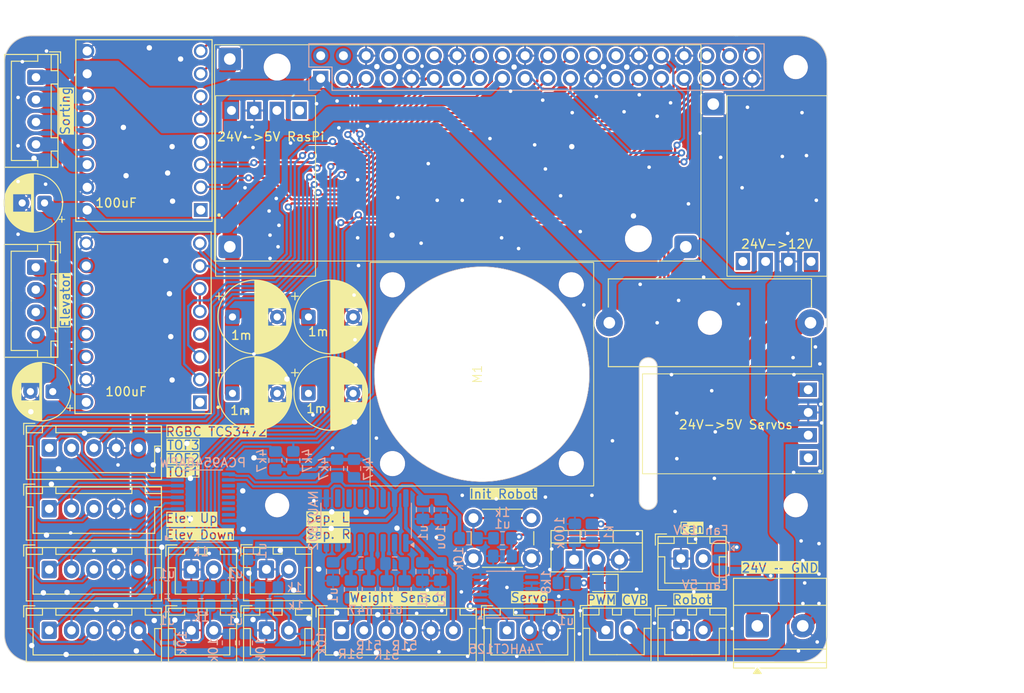
<source format=kicad_pcb>
(kicad_pcb (version 20241229) (generator "pcbnew") (generator_version "9.0")
  (title_block (date "15 nov 2012"))
  (layers (0 "F.Cu" signal) (2 "B.Cu" signal) (13 "F.Paste" user) (15 "B.Paste" user) (5 "F.SilkS" user "F.Silkscreen") (7 "B.SilkS" user "B.Silkscreen") (1 "F.Mask" user) (3 "B.Mask" user) (25 "Edge.Cuts" user))
  (net 0 "")
  (net 1 "GND")
  (net 2 "+5VA")
  (net 3 "Seperatorlinks")
  (net 4 "+24V")
  (net 5 "Elevatoroben")
  (net 6 "Elevatorunten")
  (net 7 "Seperatorrechts")
  (net 8 "init Robot")
  (net 9 "Net-(D1-A)")
  (net 10 "+24V IN")
  (net 11 "DIR Sorting")
  (net 13 "MS1 Elevator")
  (net 15 "SDA")
  (net 16 "Interrupt rgb sensor")
  (net 17 "INT_TOF2")
  (net 18 "PWM_TO_LVL")
  (net 21 "INT_TOF3")
  (net 23 "MS2 Elevator")
  (net 24 "Step Sorting")
  (net 25 "MS2 Sorting")
  (net 26 "SCL")
  (net 27 "CVB PWM")
  (net 28 "Step Elevator")
  (net 29 "INT_TOF1")
  (net 30 "+5V")
  (net 31 "+3V3")
  (net 34 "DIR Elevator")
  (net 35 "MS1 Sorting")
  (net 36 "PWM_LVL")
  (net 37 "CVB V-")
  (net 38 "1A ELEVATOR")
  (net 39 "1B ELEVATOR")
  (net 40 "2B ELEVATOR")
  (net 41 "2A ELEVATOR")
  (net 42 "SCL3")
  (net 43 "SDA3")
  (net 44 "+12V")
  (net 45 "Net-(J12-Pin_2)")
  (net 46 "2B Sorting")
  (net 47 "2A Sorting")
  (net 48 "1A Sorting")
  (net 49 "1B Sorting")
  (net 50 "SDA2")
  (net 51 "SCL2")
  (net 52 "SDA1")
  (net 53 "SCL1")
  (net 54 "SCL0")
  (net 55 "SDA0")
  (net 56 "Net-(J20-Pin_2)")
  (net 57 "Net-(J21-Pin_2)")
  (net 58 "Net-(J22-Pin_2)")
  (net 59 "Net-(Q3-G)")
  (net 60 "Net-(R15-Pad2)")
  (net 63 "Net-(U1-~{RESET})")
  (net 64 "Net-(U2-~{RESET})")
  (net 67 "SDA4")
  (net 68 "SCL4")
  (net 72 "Net-(U3-VBG)")
  (net 73 "Net-(J3-Pin_1)")
  (net 74 "Net-(U3-VIN1P)")
  (net 75 "Net-(U3-VIN1N)")
  (net 76 "Net-(U3-VIN2N)")
  (net 77 "Net-(U3-VIN2P)")
  (net 78 "Net-(J3-Pin_3)")
  (net 79 "Net-(J3-Pin_4)")
  (net 80 "Net-(J3-Pin_6)")
  (net 91 "Net-(J3-Pin_2)")
  (net 95 "Net-(J11-Pin_2)")
  (footprint "Connector_JST:JST_XH_B5B-XH-A_1x05_P2.50mm_Vertical" (layer "F.Cu") (at 78 90.1)
    (property "Reference" "J9" (hide yes))
    (property "Value" "RGBC TCS3472")
  )
  (footprint "liebler_MODULES:DCDC_HW613" (layer "F.Cu") (at 162.9 87.4 180)
    (property "Reference" "U5" (hide yes))
    (property "Value" "24V->5V Servos")
  )
  (footprint "MountingHole:MountingHole_2.7mm_M2.5" (layer "F.Cu") (at 161.5 47.5)
    (property "Reference" "MH2" (hide yes))
    (property "Value" "MountingHole_2.7mm_M2.5" (hide yes))
  )
  (footprint "Connector_JST:JST_XH_B6B-XH-A_1x06_P2.50mm_Vertical" (layer "F.Cu") (at 110.7 110.5)
    (property "Reference" "J3" (hide yes))
    (property "Value" "Weight Sensor")
  )
  (footprint "Connector_JST:JST_XH_B5B-XH-A_1x05_P2.50mm_Vertical" (layer "F.Cu") (at 78 110.5)
    (property "Reference" "J19" (hide yes))
    (property "Value" "TOF1")
  )
  (footprint "Connector_JST:JST_XH_B2B-XH-A_1x02_P2.50mm_Vertical" (layer "F.Cu") (at 140.25 110.475)
    (property "Reference" "J7" (hide yes))
    (property "Value" "CVB")
  )
  (footprint "Connector_JST:JST_XH_B2B-XH-A_1x02_P2.50mm_Vertical" (layer "F.Cu") (at 148.65 102.475)
    (property "Reference" "J11" (hide yes))
    (property "Value" "Fan")
  )
  (footprint "Capacitor_THT:CP_Radial_D6.3mm_P2.50mm" (layer "F.Cu") (at 78.4 83.8 180)
    (property "Reference" "C4" (hide yes))
    (property "Value" "100uF")
  )
  (footprint "liebler_MODULES:MODULE_A4988_STEPPER_MOTOR_DRIVER_CARRIER" (layer "F.Cu") (at 88.6 54.6 180)
    (property "Reference" "U2" (hide yes))
    (property "Value" "A4988_Sorting" (hide yes))
  )
  (footprint "Capacitor_THT:CP_Radial_D8.0mm_P5.00mm" (layer "F.Cu") (at 98.5 84)
    (property "Reference" "C12" (hide yes))
    (property "Value" "1m")
  )
  (footprint "Connector_JST:JST_XH_B3B-XH-A_1x03_P2.50mm_Vertical" (layer "F.Cu") (at 129.2 110.5)
    (property "Reference" "J2" (hide yes))
    (property "Value" "Servo")
  )
  (footprint "Capacitor_THT:CP_Radial_D6.3mm_P2.50mm" (layer "F.Cu") (at 77.48238 62.7 180)
    (property "Reference" "C5" (hide yes))
    (property "Value" "100uF")
  )
  (footprint "TerminalBlock_Phoenix:TerminalBlock_Phoenix_MKDS-1,5-2-5.08_1x02_P5.08mm_Horizontal" (layer "F.Cu") (at 157.2 110)
    (property "Reference" "J15" (hide yes))
    (property "Value" "24V - GND")
  )
  (footprint "liebler_MODULES:DCDC-XL4015" (layer "F.Cu") (at 123.7 57.1 180)
    (property "Reference" "DC-DC_PI5" (hide yes))
    (property "Value" "~" (hide yes))
  )
  (footprint "Connector_JST:JST_XH_B2B-XH-A_1x02_P2.50mm_Vertical" (layer "F.Cu") (at 93.9 103.7)
    (property "Reference" "J20" (hide yes))
    (property "Value" "Elev Up")
  )
  (footprint "Capacitor_THT:CP_Radial_D8.0mm_P5.00mm" (layer "F.Cu") (at 106.997349 84)
    (property "Reference" "C1" (hide yes))
    (property "Value" "1m")
  )
  (footprint "Package_TO_SOT_THT:TO-220-3_Vertical" (layer "F.Cu") (at 136.7 102.6)
    (property "Reference" "Q3" (hide yes))
    (property "Value" "Q_NMOS_GDS" (hide yes))
  )
  (footprint "liebler_MODULES:DCDC_HW613" (layer "F.Cu") (at 159.4 69.2455 90)
    (property "Reference" "U6" (hide yes))
    (property "Value" "24V->12V")
  )
  (footprint "Capacitor_THT:CP_Radial_D8.0mm_P5.00mm" (layer "F.Cu") (at 106.997349 75.45)
    (property "Reference" "C6" (hide yes))
    (property "Value" "1m")
  )
  (footprint "Connector_JST:JST_XH_B2B-XH-A_1x02_P2.50mm_Vertical" (layer "F.Cu") (at 148.65 110.475)
    (property "Reference" "J10" (hide yes))
    (property "Value" "Robot")
  )
  (footprint "MountingHole:MountingHole_2.7mm_M2.5" (layer "F.Cu") (at 103.5 96.5)
    (property "Reference" "MH3" (hide yes))
    (property "Value" "MountingHole_2.7mm_M2.5" (hide yes))
  )
  (footprint "MountingHole:MountingHole_2.7mm_M2.5" (layer "F.Cu") (at 103.5 47.5)
    (property "Reference" "MH1" (hide yes))
    (property "Value" "MountingHole_2.7mm_M2.5" (hide yes))
  )
  (footprint "liebler_MECH:FAN2507" (layer "F.Cu") (at 126.4 81.85 90)
    (property "Reference" "M1")
    (property "Value" "Fan")
    (fp_circle (center 0 0) (end 0 -12) (stroke (width 0.05)) (fill no) (layer "Edge.Cuts"))
  )
  (footprint "Connector_JST:JST_XH_B2B-XH-A_1x02_P2.50mm_Vertical" (layer "F.Cu") (at 102.3 103.675)
    (property "Reference" "J12" (hide yes))
    (property "Value" "Sep. L")
  )
  (footprint "Connector_JST:JST_XH_B4B-XH-A_1x04_P2.50mm_Vertical" (layer "F.Cu") (at 76.5 69.9 -90)
    (property "Reference" "J8" (hide yes))
    (property "Value" "Elevator")
  )
  (footprint "Connector_JST:JST_XH_B5B-XH-A_1x05_P2.50mm_Vertical" (layer "F.Cu") (at 78 103.7)
    (property "Reference" "J18" (hide yes))
    (property "Value" "TOF2")
  )
  (footprint "MountingHole:MountingHole_2.7mm_M2.5" (layer "F.Cu") (at 161.5 96.5)
    (property "Reference" "MH4" (hide yes))
    (property "Value" "MountingHole_2.7mm_M2.5" (hide yes))
  )
  (footprint "liebler_MODULES:DCDC_HW613" (layer "F.Cu") (at 102.2 52.3545 -90)
    (property "Reference" "U7" (hide yes))
    (property "Value" "24V->5V RasPi")
  )
  (footprint "Connector_JST:JST_XH_B2B-XH-A_1x02_P2.50mm_Vertical" (layer "F.Cu") (at 102.3 110.5)
    (property "Reference" "J22" (hide yes))
    (property "Value" "Sep. R")
  )
  (footprint "Connector_JST:JST_XH_B4B-XH-A_1x04_P2.50mm_Vertical" (layer "F.Cu") (at 76.525 48.65 -90)
    (property "Reference" "J13" (hide yes))
    (property "Value" "Sorting")
  )
  (footprint "LED_SMD:LED_0805_2012Metric_Pad1.15x1.40mm_HandSolder" (layer "F.Cu") (at 139.775 105.2 180)
    (property "Reference" "D1" (hide yes))
    (property "Value" "PWM")
  )
  (footprint "Button_Switch_THT:SW_PUSH_6mm" (layer "F.Cu") (at 125.45 97.95)
    (property "Reference" "SW1" (hide yes))
    (property "Value" "Init Robot")
  )
  (footprint "Fuse:Fuseholder_Cylinder-5x20mm_Schurter_0031_8201_Horizontal_Open" (layer "F.Cu") (at 163.15 76.1 180)
    (property "Reference" "F1" (hide yes))
    (property "Value" "Fuse")
  )
  (footprint "Connector_JST:JST_XH_B5B-XH-A_1x05_P2.50mm_Vertical" (layer "F.Cu") (at 78 96.9)
    (property "Reference" "J17" (hide yes))
    (property "Value" "TOF3")
  )
  (footprint "Capacitor_THT:CP_Radial_D8.0mm_P5.00mm" (layer "F.Cu") (at 98.5 75.45)
    (property "Reference" "C2" (hide yes))
    (property "Value" "1m")
  )
  (footprint "liebler_MODULES:MODULE_A4988_STEPPER_MOTOR_DRIVER_CARRIER" (layer "F.Cu") (at 88.5 76.1 180)
    (property "Reference" "U1" (hide yes))
    (property "Value" "A4988_Elevator" (hide yes))
  )
  (footprint "Connector_JST:JST_XH_B2B-XH-A_1x02_P2.50mm_Vertical" (layer "F.Cu") (at 93.9 110.5)
    (property "Reference" "J21" (hide yes))
    (property "Value" "Elev Down")
  )
  (footprint "Connector_PinSocket_2.54mm:PinSocket_2x20_P2.54mm_Vertical" (layer "B.Cu") (at 108.37 48.77 -90)
    (property "Reference" "J1" (hide yes))
    (property "Value" "GPIO")
  )
  (footprint "Resistor_SMD:R_0805_2012Metric_Pad1.20x1.40mm_HandSolder" (layer "B.Cu") (at 135.9 105.2 180)
    (property "Reference" "R2" (hide yes))
    (property "Value" "1k8")
  )
  (footprint "Capacitor_SMD:C_0805_2012Metric_Pad1.18x1.45mm_HandSolder" (layer "B.Cu") (at 119.8 97 -90)
    (property "Reference" "C16" (hide yes))
    (property "Value" "u1")
  )
  (footprint "Capacitor_SMD:C_0805_2012Metric_Pad1.18x1.45mm_HandSolder" (layer "B.Cu") (at 121.8 97 -90)
    (property "Reference" "C17" (hide yes))
    (property "Value" "10u")
  )
  (footprint "Resistor_SMD:R_0805_2012Metric_Pad1.20x1.40mm_HandSolder" (layer "B.Cu") (at 136.8 99.6 -90)
    (property "Reference" "R3" (hide yes))
    (property "Value" "100k")
  )
  (footprint "Resistor_SMD:R_0805_2012Metric_Pad1.20x1.40mm_HandSolder" (layer "B.Cu") (at 91.2 111.9 -90)
    (property "Reference" "R9" (hide yes))
    (property "Value" "10k")
  )
  (footprint "Package_SO:SOP-16_3.9x9.9mm_P1.27mm" (layer "B.Cu") (at 113.45 98.225 90)
    (property "Reference" "U3" (hide yes))
    (property "Value" "NAU7802")
  )
  (footprint "Resistor_SMD:R_0805_2012Metric_Pad1.20x1.40mm_HandSolder" (layer "B.Cu") (at 95 105.7 180)
    (property "Reference" "R10" (hide yes))
    (property "Value" "1k")
  )
  (footprint "Resistor_SMD:R_0805_2012Metric_Pad1.20x1.40mm_HandSolder" (layer "B.Cu") (at 117.75 105.925 90)
    (property "Reference" "R4" (hide yes))
    (property "Value" "51R")
  )
  (footprint "Capacitor_SMD:C_0805_2012Metric_Pad1.18x1.45mm_HandSolder" (layer "B.Cu") (at 128.7 102.2 180)
    (property "Reference" "C10" (hide yes))
    (property "Value" "u1")
  )
  (footprint "Resistor_SMD:R_0805_2012Metric_Pad1.20x1.40mm_HandSolder" (layer "B.Cu") (at 124.9 100.2 180)
    (property "Reference" "R16" (hide yes))
    (property "Value" "10k")
  )
  (footprint "Capacitor_SMD:C_0805_2012Metric_Pad1.18x1.45mm_HandSolder" (layer "B.Cu") (at 134.9 107.9)
    (property "Reference" "C20" (hide yes))
    (property "Value" "u1")
  )
  (footprint "Capacitor_SMD:C_0805_2012Metric_Pad1.18x1.45mm_HandSolder" (layer "B.Cu") (at 116.65 103.025 180)
    (property "Reference" "C18" (hide yes))
    (property "Value" "u1")
  )
  (footprint "Resistor_SMD:R_0805_2012Metric_Pad1.20x1.40mm_HandSolder" (layer "B.Cu") (at 128.7 100.2 180)
    (property "Reference" "R15" (hide yes))
    (property "Value" "1k")
  )
  (footprint "Resistor_SMD:R_0805_2012Metric_Pad1.20x1.40mm_HandSolder" (layer "B.Cu") (at 102.6 105.7 180)
    (property "Reference" "R8" (hide yes))
    (property "Value" "1k")
  )
  (footprint "Capacitor_SMD:C_0805_2012Metric_Pad1.18x1.45mm_HandSolder" (layer "B.Cu") (at 100.1 101.6 -90)
    (property "Reference" "C11" (hide yes))
    (property "Value" "u1")
  )
  (footprint "Capacitor_SMD:C_0805_2012Metric_Pad1.18x1.45mm_HandSolder" (layer "B.Cu") (at 91.2 107.7 180)
    (property "Reference" "C8" (hide yes))
    (property "Value" "u1")
  )
  (footprint "Resistor_SMD:R_0805_2012Metric_Pad1.20x1.40mm_HandSolder" (layer "B.Cu") (at 102.6 107.7 180)
    (property "Reference" "R14" (hide yes))
    (property "Value" "1k")
  )
  (footprint "Resistor_SMD:R_0805_2012Metric_Pad1.20x1.40mm_HandSolder" (layer "B.Cu") (at 111.75 105.925 90)
    (property "Reference" "R17" (hide yes))
    (property "Value" "51R")
  )
  (footprint "Resistor_SMD:R_0805_2012Metric_Pad1.20x1.40mm_HandSolder" (layer "B.Cu") (at 110.2 92.4 -90)
    (property "Reference" "R20" (hide yes))
    (property "Value" "4k7")
  )
  (footprint "Resistor_SMD:R_0805_2012Metric_Pad1.20x1.40mm_HandSolder" (layer "B.Cu") (at 98.1 111.9 -90)
    (property "Reference" "R11" (hide yes))
    (property "Value" "10k")
  )
  (footprint "Capacitor_SMD:C_0805_2012Metric_Pad1.18x1.45mm_HandSolder" (layer "B.Cu") (at 112.85 103.025 180)
    (property "Reference" "C19" (hide yes))
    (property "Value" "n47")
  )
  (footprint "Resistor_SMD:R_0805_2012Metric_Pad1.20x1.40mm_HandSolder" (layer "B.Cu") (at 105.3 91.495094 90)
    (property "Reference" "R18" (hide yes))
    (property "Value" "4k7")
  )
  (footprint "Resistor_SMD:R_0805_2012Metric_Pad1.20x1.40mm_HandSolder" (layer "B.Cu") (at 103.3 91.5 90)
    (property "Reference" "R19" (hide yes))
    (property "Value" "4k7")
  )
  (footprint "Resistor_SMD:R_0805_2012Metric_Pad1.20x1.40mm_HandSolder" (layer "B.Cu") (at 112.1 92.4 -90)
    (property "Reference" "R21" (hide yes))
    (property "Value" "4k7")
  )
  (footprint "Resistor_SMD:R_0805_2012Metric_Pad1.20x1.40mm_HandSolder" (layer "B.Cu") (at 95 107.7 180)
    (property "Reference" "R12" (hide yes))
    (property "Value" "1k")
  )
  (footprint "Package_SO:TSSOP-14_4.4x5mm_P0.65mm" (layer "B.Cu") (at 129.1 106.5)
    (property "Reference" "U4" (hide yes))
    (property "Value" "74AHCT125")
  )
  (footprint "Capacitor_SMD:C_0805_2012Metric_Pad1.18x1.45mm_HandSolder" (layer "B.Cu") (at 121.75 103.925 -90)
    (property "Reference" "C15" (hide yes))
    (property "Value" "1u")
  )
  (footprint "Capacitor_SMD:C_0805_2012Metric_Pad1.18x1.45mm_HandSolder" (layer "B.Cu") (at 98.8 107.7 180)
    (property "Reference" "C9" (hide yes))
    (property "Value" "u1")
  )
  (footprint "Capacitor_SMD:C_0805_2012Metric_Pad1.18x1.45mm_HandSolder" (layer "B.Cu") (at 119.75 103.925 -90)
    (property "Reference" "C14" (hide yes))
    (property "Value" "u1")
  )
  (footprint "Resistor_SMD:R_0805_2012Metric_Pad1.20x1.40mm_HandSolder" (layer "B.Cu") (at 113.75 105.925 90)
    (property "Reference" "R6" (hide yes))
    (property "Value" "51R")
  )
  (footprint "Resistor_SMD:R_0805_2012Metric_Pad1.20x1.40mm_HandSolder" (layer "B.Cu") (at 100 111.9 -90)
    (property "Reference" "R7" (hide yes))
    (property "Value" "10k")
  )
  (footprint "Capacitor_SMD:C_0805_2012Metric_Pad1.18x1.45mm_HandSolder" (layer "B.Cu") (at 98.8 105.7 180)
    (property "Reference" "C3" (hide yes))
    (property "Value" "u1")
  )
  (footprint "Package_SO:TSSOP-24_4.4x7.8mm_P0.65mm" (layer "B.Cu") (at 95.1875 96.6)
    (property "Reference" "U8" (hide yes))
    (property "Value" "PCA9548APW")
  )
  (footprint "Jumper:SolderJumper-3_P1.3mm_Open_RoundedPad1.0x1.5mm" (layer "B.Cu") (at 153.1 102.5 -90)
    (property "Reference" "JP1" (hide yes))
    (property "Value" "SolderJumper_3_Open")
  )
  (footprint "Capacitor_SMD:C_0805_2012Metric_Pad1.18x1.45mm_HandSolder" (layer "B.Cu") (at 91.2 105.7 180)
    (property "Reference" "C7" (hide yes))
    (property "Value" "u1")
  )
  (footprint "Capacitor_SMD:C_0805_2012Metric_Pad1.18x1.45mm_HandSolder" (layer "B.Cu") (at 109.75 103.925 -90)
    (property "Reference" "C13" (hide yes))
    (property "Value" "u1")
  )
  (footprint "Resistor_SMD:R_0805_2012Metric_Pad1.20x1.40mm_HandSolder" (layer "B.Cu") (at 138.7 99.6 90)
    (property "Reference" "R1" (hide yes))
    (property "Value" "k1")
  )
  (footprint "Resistor_SMD:R_0805_2012Metric_Pad1.20x1.40mm_HandSolder" (layer "B.Cu") (at 115.75 105.925 90)
    (property "Reference" "R5" (hide yes))
    (property "Value" "51R")
  )
  (footprint "Resistor_SMD:R_0805_2012Metric_Pad1.20x1.40mm_HandSolder" (layer "B.Cu") (at 106.8 111.9 -90)
    (property "Reference" "R13" (hide yes))
    (property "Value" "10k")
  )
  (gr_arc (start 162 44) (mid 164.12132 44.87868) (end 165 47) (stroke (width 0.1)) (layer "Edge.Cuts"))
  (gr_line (start 165 111) (end 165 47) (stroke (width 0.1)) (layer "Edge.Cuts"))
  (gr_line (start 73 47) (end 73 111) (stroke (width 0.1)) (layer "Edge.Cuts"))
  (gr_line (start 146 81) (end 146 96) (stroke (width 0.1)) (layer "Edge.Cuts"))
  (gr_line (start 144 96) (end 144 81) (stroke (width 0.1)) (layer "Edge.Cuts"))
  (gr_arc (start 76 114) (mid 73.87868 113.12132) (end 73 111) (stroke (width 0.1)) (layer "Edge.Cuts"))
  (gr_arc (start 73 47) (mid 73.87868 44.87868) (end 76 44) (stroke (width 0.1)) (layer "Edge.Cuts"))
  (gr_arc (start 144 81) (mid 145 80) (end 146 81) (stroke (width 0.1)) (layer "Edge.Cuts"))
  (gr_line (start 162 114) (end 76 114) (stroke (width 0.1)) (layer "Edge.Cuts"))
  (gr_arc (start 165 111) (mid 164.12132 113.12132) (end 162 114) (stroke (width 0.1)) (layer "Edge.Cuts"))
  (gr_arc (start 146 96) (mid 145 97) (end 144 96) (stroke (width 0.1)) (layer "Edge.Cuts"))
  (gr_line (start 162 44) (end 76 44) (stroke (width 0.1)) (layer "Edge.Cuts"))
  (gr_text "Fan 12V" (at 154.1 99.9 0) (layer "B.SilkS") (effects (font (size 1 1)) (justify left bottom mirror)))
  (gr_text "Fan 5V" (at 154.1 106 0) (layer "B.SilkS") (effects (font (size 1 1)) (justify left bottom mirror)))
  (segment (start 164.1 107.5) (end 164.1 104.2) (width 1.6) (layer "F.Cu") (net 1))
  (segment (start 161.6728 86.13) (end 162.9 86.13) (width 1.6) (layer "F.Cu") (net 1))
  (segment (start 160.9338 86.869) (end 161.6728 86.13) (width 1.6) (layer "F.Cu") (net 1))
  (segment (start 162.28 110) (end 164.1 108.18) (width 1.6) (layer "F.Cu") (net 1))
  (segment (start 160.9338 92.511) (end 160.9338 86.869) (width 1.6) (layer "F.Cu") (net 1))
  (segment (start 164.1 95.6772) (end 161.2614 92.8386) (width 1.6) (layer "F.Cu") (net 1))
  (segment (start 164.1 100.8) (end 164.1 95.6772) (width 1.6) (layer "F.Cu") (net 1))
  (segment (start 161.2614 92.8386) (end 160.9338 92.511) (width 1.6) (layer "F.Cu") (net 1))
  (segment (start 98.2 47.497502) (end 96.177502 49.52) (width 1.6) (layer "F.Cu") (net 1))
  (segment (start 98.2 46.6) (end 98.2 47.497502) (width 1.6) (layer "F.Cu") (net 1))
  (segment (start 164.1 104.2) (end 164.1 100.8) (width 1.6) (layer "F.Cu") (net 1))
  (segment (start 164.1 108.18) (end 164.1 107.5) (width 1.6) (layer "F.Cu") (net 1))
  (via (at 137.3 110.9) (size 0.8) (drill 0.4) (layers "F.Cu" "B.Cu") (net 1))
  (via (at 137.4 108.3) (size 0.8) (drill 0.4) (layers "F.Cu" "B.Cu") (net 1))
  (via (at 146 76.1) (size 0.8) (drill 0.4) (layers "F.Cu" "B.Cu") (net 1))
  (via (at 112.3 80.8) (size 0.8) (drill 0.4) (layers "F.Cu" "B.Cu") (net 1))
  (via (at 129.2 105.7) (size 0.8) (drill 0.4) (layers "F.Cu" "B.Cu") (net 1))
  (via (at 138.7 95.4) (size 0.8) (drill 0.4) (layers "F.Cu" "B.Cu") (net 1))
  (via (at 77.6 60.6) (size 0.8) (drill 0.4) (layers "F.Cu" "B.Cu") (net 1))
  (via (at 112.1 73) (size 0.8) (drill 0.4) (layers "F.Cu" "B.Cu") (net 1))
  (via (at 145.7 109.7) (size 0.8) (drill 0.4) (layers "F.Cu" "B.Cu") (net 1))
  (via (at 163.9 111.8) (size 0.8) (drill 0.4) (layers "F.Cu" "B.Cu") (net 1))
  (via (at 80 106.25) (size 0.9) (drill 0.6) (layers "F.Cu" "B.Cu") (net 1))
  (via (at 74.524 50.9) (size 0.8) (drill 0.4) (layers "F.Cu" "B.Cu") (net 1))
  (via (at 102.7 66.3) (size 0.8) (drill 0.4) (layers "F.Cu" "B.Cu") (net 1))
  (via (at 134 103.7) (size 0.8) (drill 0.4) (layers "F.Cu" "B.Cu") (net 1))
  (via (at 144.1 71.8) (size 0.8) (drill 0.4) (layers "F.Cu" "B.Cu") (net 1))
  (via (at 130 47.5) (size 0.9) (drill 0.6) (layers "F.Cu" "B.Cu") (net 1))
  (via (at 83.3 108.15) (size 0.9) (drill 0.6) (layers "F.Cu" "B.Cu") (net 1))
  (via (at 130.3 113.4) (size 0.8) (drill 0.4) (layers "F.Cu" "B.Cu") (net 1))
  (via (at 100.1 86) (size 0.8) (drill 0.4) (layers "F.Cu" "B.Cu") (net 1))
  (via (at 128.6 66.6) (size 0.8) (drill 0.4) (layers "F.Cu" "B.Cu") (net 1))
  (via (at 152.1 83.7) (size 0.8) (drill 0.4) (layers "F.Cu" "B.Cu") (net 1))
  (via (at 121.4 62.4) (size 0.8) (drill 0.4) (layers "F.Cu" "B.Cu") (net 1))
  (via (at 160 57.5) (size 0.8) (drill 0.4) (layers "F.Cu" "B.Cu") (net 1))
  (via (at 124.2 95.4) (size 0.8) (drill 0.4) (layers "F.Cu" "B.Cu") (net 1))
  (via (at 145.3 47.5) (size 0.9) (drill 0.6) (layers "F.Cu" "B.Cu") (net 1))
  (via (at 92.7 46.6) (size 0.9) (drill 0.6) (layers "F.Cu" "B.Cu") (net 1))
  (via (at 94.4 101.5) (size 0.8) (drill 0.4) (layers "F.Cu" "B.Cu") (net 1))
  (via (at 126.6 110.2) (size 0.8) (drill 0.4) (layers "F.Cu" "B.Cu") (net 1))
  (via (at 99.65 94.9) (size 0.9) (drill 0.6) (layers "F.Cu" "B.Cu") (net 1))
  (via (at 105.35 106) (size 0.9) (drill 0.6) (layers "F.Cu" "B.Cu") (net 1))
  (via (at 74.524 56.3) (size 0.8) (drill 0.4) (layers "F.Cu" "B.Cu") (net 1))
  (via (at 150.1 106.2) (size 0.8) (drill 0.4) (layers "F.Cu" "B.Cu") (net 1))
  (via (at 81.95 88.45) (size 0.9) (drill 0.6) (layers "F.Cu" "B.Cu") (net 1))
  (via (at 109.6 97.25) (size 0.9) (drill 0.6) (layers "F.Cu" "B.Cu") (net 1))
  (via (at 129.6 50.2) (size 0.8) (drill 0.4) (layers "F.Cu" "B.Cu") (net 1))
  (via (at 107.05 109.15) (size 0.9) (drill 0.6) (layers "F.Cu" "B.Cu") (net 1))
  (via (at 114.65 47.45) (size 0.9) (drill 0.6) (layers "F.Cu" "B.Cu") (net 1))
  (via (at 162.2 52.6) (size 0.8) (drill 0.4) (layers "F.Cu" "B.Cu") (net 1))
  (via (at 153.1 57.6) (size 0.8) (drill 0.4) (layers "F.Cu" "B.Cu") (net 1))
  (via (at 118.2 112.7) (size 0.8) (drill 0.4) (layers "F.Cu" "B.Cu") (net 1))
  (via (at 95.9 101.9) (size 0.8) (drill 0.4) (layers "F.Cu" "B.Cu") (net 1))
  (via (at 100.9 79.6) (size 0.8) (drill 0.4) (layers "F.Cu" "B.Cu") (net 1))
  (via (at 127.3 55.5) (size 0.8) (drill 0.4) (layers "F.Cu" "B.Cu") (net 1))
  (via (at 116.35 66.3) (size 0.9) (drill 0.6) (layers "F.Cu" "B.Cu") (net 1))
  (via (at 154.4 110.3) (size 0.8) (drill 0.4) (layers "F.Cu" "B.Cu") (net 1))
  (via (at 148.2 91.3) (size 0.8) (drill 0.4) (layers "F.Cu" "B.Cu") (net 1))
  (via (at 152.5 88.3) (size 0.8) (drill 0.4) (layers "F.Cu" "B.Cu") (net 1))
  (via (at 90.6 101.2) (size 0.9) (drill 0.6) (layers "F.Cu" "B.Cu") (net 1))
  (via (at 110.4 54.3) (size 0.8) (drill 0.4) (layers "F.Cu" "B.Cu") (net 1))
  (via (at 109.55 99.1) (size 0.9) (drill 0.6) (layers "F.Cu" "B.Cu") (net 1))
  (via (at 152.4 93.5) (size 0.8) (drill 0.4) (layers "F.Cu" "B.Cu") (net 1))
  (via (at 103.4 62.2) (size 0.8) (drill 0.4) (layers "F.Cu" "B.Cu") (net 1))
  (via (at 91.25 59.35) (size 0.9) (drill 0.6) (layers "F.Cu" "B.Cu") (net 1))
  (via (at 147.6 81.9) (size 0.8) (drill 0.4) (layers "F.Cu" "B.Cu") (net 1))
  (via (at 135 106.7) (size 0.8) (drill 0.4) (layers "F.Cu" "B.Cu") (net 1))
  (via (at 112.2 78) (size 0.8) (drill 0.4) (layers "F.Cu" "B.Cu") (net 1))
  (via (at 117 62.1) (size 0.8) (drill 0.4) (layers "F.Cu" "B.Cu") (net 1))
  (via (at 132.3 56.2) (size 0.8) (drill 0.4) (layers "F.Cu" "B.Cu") (net 1))
  (via (at 136.5 52.6) (size 0.8) (drill 0.4) (layers "F.Cu" "B.Cu") (net 1))
  (via (at 76.3 57.7) (size 0.9) (drill 0.6) (layers "F.Cu" "B.Cu") (net 1))
  (via (at 105 56) (size 0.8) (drill 0.4) (layers "F.Cu" "B.Cu") (net 1))
  (via (at 134.2 101.4) (size 0.8) (drill 0.4) (layers "F.Cu" "B.Cu") (net 1))
  (via (at 112.6 69.7) (size 0.8) (drill 0.4) (layers "F.Cu" "B.Cu") (net 1))
  (via (at 152 98.9) (size 0.8) (drill 0.4) (layers "F.Cu" "B.Cu") (net 1))
  (via (at 74.524 60.3) (size 0.8) (drill 0.4) (layers "F.Cu" "B.Cu") (net 1))
  (via (at 112.5 60.1) (size 0.8) (drill 0.4) (layers "F.Cu" "B.Cu") (net 1))
  (via (at 162.5 105.2) (size 0.8) (drill 0.4) (layers "F.Cu" "B.Cu") (net 1))
  (via (at 114.75 108.75) (size 0.9) (drill 0.6) (layers "F.Cu" "B.Cu") (net 1))
  (via (at 77.7 45.71) (size 0.8) (drill 0.4) (layers "F.Cu" "B.Cu") (net 1))
  (via (at 140 47.45) (size 0.9) (drill 0.6) (layers "F.Cu" "B.Cu") (net 1))
  (via (at 110.1 113.1) (size 0.9) (drill 0.6) (layers "F.Cu" "B.Cu") (net 1))
  (via (at 117.1 47.45) (size 0.9) (drill 0.6) (layers "F.Cu" "B.Cu") (net 1))
  (via (at 142.6 47.5) (size 0.9) (drill 0.6) (layers "F.Cu" "B.Cu") (net 1))
  (via (at 115 51.3) (size 0.8) (drill 0.4) (layers "F.Cu" "B.Cu") (net 1))
  (via (at 113.45 97.3) (size 0.9) (drill 0.6) (layers "F.Cu" "B.Cu") (net 1))
  (via (at 150.3 100.3) (size 0.8) (drill 0.4) (layers "F.Cu" "B.Cu") (net 1))
  (via (at 143.7 105.9) (size 0.8) (drill 0.4) (layers "F.Cu" "B.Cu") (net 1))
  (via (at 93.8 98.05) (size 0.9) (drill 0.6) (layers "F.Cu" "B.Cu") (net 1))
  (via (at 98.95 109.4) (size 0.9) (drill 0.6) (layers "F.Cu" "B.Cu") (net 1))
  (via (at 137.4 65.9) (size 0.8) (drill 0.4) (layers "F.Cu" "B.Cu") (net 1))
  (via (at 121.3 100.1) (size 0.8) (drill 0.4) (layers "F.Cu" "B.Cu") (net 1))
  (via (at 121.6 112.9) (size 0.8) (drill 0.4) (layers "F.Cu" "B.Cu") (net 1))
  (via (at 164.2 80.7) (size 0.8) (drill 0.4) (layers "F.Cu" "B.Cu") (net 1))
  (via (at 77.7 99.85) (size 0.9) (drill 0.6) (layers "F.Cu" "B.Cu") (net 1))
  (via (at 130.2 108.5) (size 0.8) (drill 0.4) (layers "F.Cu" "B.Cu") (net 1))
  (via (at 91.75 82.5) (size 0.9) (drill 0.6) (layers "F.Cu" "B.Cu") (net 1))
  (via (at 103.85 101.55) (size 0.9) (drill 0.6) (layers "F.Cu" "B.Cu") (net 1))
  (via (at 91.05 69.15) (size 0.9) (drill 0.6) (layers "F.Cu" "B.Cu") (net 1))
  (via (at 150.8 54.9) (size 0.8) (drill 0.4) (layers "F.Cu" "B.Cu") (net 1))
  (via (at 113.6 54.1) (size 0.8) (drill 0.4) (layers "F.Cu" "B.Cu") (net 1))
  (via (at 161.2614 92.8386) (size 0.8) (drill 0.4) (layers "F.Cu" "B.Cu") (net 1))
  (via (at 151.2 71) (size 0.8) (drill 0.4) (layers "F.Cu" "B.Cu") (net 1))
  (via (at 164.1 100.8) (size 0.8) (drill 0.4) (layers "F.Cu" "B.Cu") (net 1))
  (via (at 116.901992 99.072008) (size 0.9) (drill 0.6) (layers "F.Cu" "B.Cu") (net 1))
  (via (at 85.3 101.55) (size 0.9) (drill 0.6) (layers "F.Cu" "B.Cu") (net 1))
  (via (at 100.35 104.1) (size 0.9) (drill 0.6) (layers "F.Cu" "B.Cu") (net 1))
  (via (at 91.75 56.4) (size 0.9) (drill 0.6) (layers "F.Cu" "B.Cu") (net 1))
  (via (at 120.3 106) (size 0.8) (drill 0.4) (layers "F.Cu" "B.Cu") (net 1))
  (via (at 133.2 51.2) (size 0.8) (drill 0.4) (layers "F.Cu" "B.Cu") (net 1))
  (via (at 148 97.2) (size 0.8) (drill 0.4) (layers "F.Cu" "B.Cu") (net 1))
  (via (at 108.15 103.65) (size 0.9) (drill 0.6) (layers "F.Cu" "B.Cu") (net 1))
  (via (at 103.6 67.6) (size 0.8) (drill 0.4) (layers "F.Cu" "B.Cu") (net 1))
  (via (at 100.9 91.2) (size 0.9) (drill 0.6) (layers "F.Cu" "B.Cu") (net 1))
  (via (at 164.4 87.3) (size 0.8) (drill 0.4) (layers "F.Cu" "B.Cu") (net 1))
  (via (at 133.5 95.6) (size 0.8) (drill 0.4) (layers "F.Cu" "B.Cu") (net 1))
  (via (at 102.7 68.9) (size 0.8) (drill 0.4) (layers "F.Cu" "B.Cu") (net 1))
  (via (at 75.95 86.05) (size 0.9) (drill 0.6) (layers "F.Cu" "B.Cu") (net 1))
  (via (at 163.7 78.8) (size 0.8) (drill 0.4) (layers "F.Cu" "B.Cu") (net 1))
  (via (at 163.8 62.4) (size 0.8) (drill 0.4) (layers "F.Cu" "B.Cu") (net 1))
  (via (at 76.05 112.2) (size 0.9) (drill 0.6) (layers "F.Cu" "B.Cu") (net 1))
  (via (at 89.65 92) (size 0.9) (drill 0.6) (layers "F.Cu" "B.Cu") (net 1))
  (via (at 148.4 73.6) (size 0.8) (drill 0.4) (layers "F.Cu" "B.Cu") (net 1))
  (via (at 120.4 58.3) (size 0.8) (drill 0.4) (layers "F.Cu" "B.Cu") (net 1))
  (via (at 100.7 54.2) (size 0.8) (drill 0.4) (layers "F.Cu" "B.Cu") (net 1))
  (via (at 74.524 66.2) (size 0.8) (drill 0.4) (layers "F.Cu" "B.Cu") (net 1))
  (via (at 86.3 54.25) (size 0.9) (drill 0.6) (layers "F.Cu" "B.Cu") (net 1))
  (via (at 92.05 109.35) (size 0.9) (drill 0.6) (layers "F.Cu" "B.Cu") (net 1))
  (via (at 164.1 107.5) (size 0.8) (drill 0.4) (layers "F.Cu" "B.Cu") (net 1))
  (via (at 83 101.6) (size 0.8) (drill 0.4) (layers "F.Cu" "B.Cu") (net 1))
  (via (at 161.3 81.9) (size 0.8) (drill 0.4) (layers "F.Cu" "B.Cu") (net 1))
  (via (at 99 101.6) (size 0.8) (drill 0.4) (layers "F.Cu" "B.Cu") (net 1))
  (via (at 123.4 103) (size 0.8) (drill 0.4) (layers "F.Cu" "B.Cu") (net 1))
  (via (at 100.8 56.5) (size 0.8) (drill 0.4) (layers "F.Cu" "B.Cu") (net 1))
  (via (at 156.1 52) (size 0.8) (drill 0.4) (layers "F.Cu" "B.Cu") (net 1))
  (via (at 93.8 93.5) (size 0.9) (drill 0.6) (layers "F.Cu" "B.Cu") (net 1))
  (via (at 109.7 90.1) (size 0.8) (drill 0.4) (layers "F.Cu" "B.Cu") (net 1))
  (via (at 155.5 61) (size 0.8) (drill 0.4) (layers "F.Cu" "B.Cu") (net 1))
  (via (at 147.5 51.5) (size 0.8) (drill 0.4) (layers "F.Cu" "B.Cu") (net 1))
  (via (at 79.05 92.45) (size 0.9) (drill 0.6) (layers "F.Cu" "B.Cu") (net 1))
  (via (at 142.3 52.5) (size 0.8) (drill 0.4) (layers "F.Cu" "B.Cu") (net 1))
  (via (at 133.5 58.9) (size 0.8) (drill 0.4) (layers "F.Cu" "B.Cu") (net 1))
  (via (at 162.3 107.5) (size 0.8) (drill 0.4) (layers "F.Cu" "B.Cu") (net 1))
  (via (at 119.1 108.6) (size 0.8) (drill 0.4) (layers "F.Cu" "B.Cu") (net 1))
  (via (at 162.7 57.4) (size 0.8) (drill 0.4) (layers "F.Cu" "B.Cu") (net 1))
  (via (at 124.2 62.4) (size 0.8) (drill 0.4) (layers "F.Cu" "B.Cu") (net 1))
  (via (at 143.8 99.7) (size 0.8) (drill 0.4) (layers "F.Cu" "B.Cu") (net 1))
  (via (at 110.2 51.3) (size 0.8) (drill 0.4) (layers "F.Cu" "B.Cu") (net 1))
  (via (at 129.9 103.6) (size 0.8) (drill 0.4) (layers "F.Cu" "B.Cu") (net 1))
  (via (at 104.6 82.4) (size 0.9) (drill 0.6) (layers "F.Cu" "B.Cu") (net 1))
  (via (at 110.15 108.55) (size 0.9) (drill 0.6) (layers "F.Cu" "B.Cu") (net 1))
  (via (at 114.6 89) (size 0.8) (drill 0.4) (layers "F.Cu" "B.Cu") (net 1))
  (via (at 162.3 102.7) (size 0.8) (drill 0.4) (layers "F.Cu" "B.Cu") (net 1))
  (via (at 161.2 80) (size 0.8) (drill 0.4) (layers "F.Cu" "B.Cu") (net 1))
  (via (at 155.1 74) (size 0.8) (drill 0.4) (layers "F.Cu" "B.Cu") (net 1))
  (via (at 109.4 106.75) (size 0.9) (drill 0.6) (layers "F.Cu" "B.Cu") (net 1))
  (via (at 160.6 66.1) (size 0.8) (drill 0.4) (layers "F.Cu" "B.Cu") (net 1))
  (via (at 135.2 61.9) (size 0.8) (drill 0.4) (layers "F.Cu" "B.Cu") (net 1))
  (via (at 100.8 109.3) (size 0.9) (drill 0.6) (layers "F.Cu" "B.Cu") (net 1))
  (via (at 99.9 55.3) (size 0.8) (drill 0.4) (layers "F.Cu" "B.Cu") (net 1))
  (via (at 91.45 72.85) (size 0.9) (drill 0.6) (layers "F.Cu" "B.Cu") (net 1))
  (via (at 124.1 106.2) (size 0.8) (drill 0.4) (layers "F.Cu" "B.Cu") (net 1))
  (via (at 114.6 113) (size 0.9) (drill 0.6) (layers "F.Cu" "B.Cu") (net 1))
  (via (at 85.7 92) (size 0.8) (drill 0.4) (layers "F.Cu" "B.Cu") (net 1))
  (via (at 99.9 61) (size 0.8) (drill 0.4) (layers "F.Cu" "B.Cu") (net 1))
  (via (at 86.6 59.65) (size 0.9) (drill 0.6) (layers "F.Cu" "B.Cu") (net 1))
  (via (at 80.4 99.6) (size 0.8) (drill 0.4) (layers "F.Cu" "B.Cu") (net 1))
  (via (at 91.6 77.65) (size 0.9) (drill 0.6) (layers "F.Cu" "B.Cu") (net 1))
  (via (at 145.1 58.7) (size 0.8) (drill 0.4) (layers "F.Cu" "B.Cu") (net 1))
  (via (at 79.9 113.2) (size 0.9) (drill 0.6) (layers "F.Cu" "B.Cu") (net 1))
  (via (at 119.6 67.2) (size 0.8) (drill 0.4) (layers "F.Cu" "B.Cu") (net 1))
  (via (at 146 53) (size 0.8) (drill 0.4) (layers "F.Cu" "B.Cu") (net 1))
  (via (at 107.6 96) (size 0.8) (drill 0.4) (layers "F.Cu" "B.Cu") (net 1))
  (via (at 162.1 100.5) (size 0.8) (drill 0.4) (layers "F.Cu" "B.Cu") (net 1))
  (via (at 130.5 67.8) (size 0.8) (drill 0.4) (layers "F.Cu" "B.Cu") (net 1))
  (via (at 119.7 47.4) (size 0.8) (drill 0.4) (layers "F.Cu" "B.Cu") (net 1))
  (via (at 112.15 87.2) (size 0.9) (drill 0.6) (layers "F.Cu" "B.Cu") (net 1))
  (via (at 164.1 104.2) (size 0.8) (drill 0.4) (layers "F.Cu" "B.Cu") (net 1))
  (via (at 93.4 89.6) (size 0.9) (drill 0.6) (layers "F.Cu" "B.Cu") (net 1))
  (via (at 128 95.8) (size 0.8) (drill 0.4) (layers "F.Cu" "B.Cu") (net 1))
  (via (at 85.45 107.7) (size 0.9) (drill 0.6) (layers "F.Cu" "B.Cu") (net 1))
  (via (at 91.8 62.5) (size 0.9) (drill 0.6) (layers "F.Cu" "B.Cu") (net 1))
  (via (at 99.7 99.2) (size 0.9) (drill 0.6) (layers "F.Cu" "B.Cu") (net 1))
  (via (at 148.2 86.2) (size 0.8) (drill 0.4) (layers "F.Cu" "B.Cu") (net 1))
  (via (at 77.35 106.3) (size 0.9) (drill 0.6) (layers "F.Cu" "B.Cu") (net 1))
  (via (at 161.8 112.8) (size 0.8) (drill 0.4) (layers "F.Cu" "B.Cu") (net 1))
  (via (at 149.5 62.8) (size 0.8) (drill 0.4) (layers "F.Cu" "B.Cu") (net 1))
  (via (at 90.15 90.35) (size 0.9) (drill 0.6) (layers "F.Cu" "B.Cu") (net 1))
  (via (at 89.75 109.4) (size 0.9) (drill 0.6) (layers "F.Cu" "B.Cu") (net 1))
  (via (at 87.75 112.8) (size 0.9) (drill 0.6) (layers "F.Cu" "B.Cu") (net 1))
  (via (at 89.2 45.35) (size 0.9) (drill 0.6) (layers "F.Cu" "B.Cu") (net 1))
  (via (at 128.4 62.5) (size 0.8) (drill 0.4) (layers "F.Cu" "B.Cu") (net 1))
  (via (at 121.9 108.3) (size 0.8) (drill 0.4) (layers "F.Cu" "B.Cu") (net 1))
  (via (at 143.35 64.15) (size 0.9) (drill 0.6) (layers "F.Cu" "B.Cu") (net 1))
  (via (at 78.25 94.15) (size 0.9) (drill 0.6) (layers "F.Cu" "B.Cu") (net 1))
  (via (at 139.2 50.8) (size 0.8) (drill 0.4) (layers "F.Cu" "B.Cu") (net 1))
  (via (at 124.8 113.4) (size 0.8) (drill 0.4) (layers "F.Cu" "B.Cu") (net 1))
  (via (at 102.6 63.6) (size 0.8) (drill 0.4) (layers "F.Cu" "B.Cu") (net 1))
  (via (at 112.5 66.6) (size 0.8) (drill 0.4) (layers "F.Cu" "B.Cu") (net 1))
  (via (at 103.7 65.2) (size 0.8) (drill 0.4) (layers "F.Cu" "B.Cu") (net 1))
  (via (at 107.5 86.4) (size 0.8) (drill 0.4) (layers "F.Cu" "B.Cu") (net 1))
  (via (at 137.8 74.1) (size 0.8) (drill 0.4) (layers "F.Cu" "B.Cu") (net 1))
  (via (at 136.45 56.4) (size 0.9) (drill 0.6) (layers "F.Cu" "B.Cu") (net 1))
  (via (at 107.9 51.6) (size 0.8) (drill 0.4) (layers "F.Cu" "B.Cu") (net 1))
  (via (at 141 89.3) (size 0.8) (drill 0.4) (layers "F.Cu" "B.Cu") (net 1))
  (via (at 164.2 92.7) (size 0.8) (drill 0.4) (layers "F.Cu" "B.Cu") (net 1))
  (via (at 164.3 85.2) (size 0.8) (drill 0.4) (layers "F.Cu" "B.Cu") (net 1))
  (via (at 144 50.6) (size 0.8) (drill 0.4) (layers "F.Cu" "B.Cu") (net 1))
  (via (at 75 46.9) (size 0.8) (drill 0.4) (layers "F.Cu" "B.Cu") (net 1))
  (segment (start 74.524 56.3) (end 74.524 60.3) (width 1.6) (layer "B.Cu") (net 1))
  (segment (start 77.6 60.6) (end 74.524 60.6) (width 1.6) (layer "B.Cu") (net 1))
  (segment (start 76.19 45.71) (end 75 46.9) (width 1.6) (layer "B.Cu") (net 1))
  (segment (start 74.524 66.2) (end 74.524 81.474) (width 1.6) (layer "B.Cu") (net 1))
  (segment (start 159.1 73.3807) (end 159.1 84.8) (width 1.6) (layer "B.Cu") (net 1))
  (segment (start 74.524 50.9) (end 74.524 56.3) (width 1.6) (layer "B.Cu") (net 1))
  (segment (start 75.9 82.85) (end 75.9 83.8) (width 1.6) (layer "B.Cu") (net 1))
  (segment (start 159.1 84.8) (end 160.43 86.13) (width 1.6) (layer "B.Cu") (net 1))
  (segment (start 77.7 45.71) (end 76.19 45.71) (width 1.6) (layer "B.Cu") (net 1))
  (segment (start 160.67 69.2455) (end 160.67 71.8107) (width 1.6) (layer "B.Cu") (net 1))
  (segment (start 74.524 47.376) (end 74.524 50.9) (width 1.6) (layer "B.Cu") (net 1))
  (segment (start 160.67 71.8107) (end 159.1 73.3807) (width 1.6) (layer "B.Cu") (net 1))
  (segment (start 74.524 60.6) (end 74.524 66.2) (width 1.6) (layer "B.Cu") (net 1))
  (segment (start 74.524 60.3) (end 74.524 60.6) (width 1.6) (layer "B.Cu") (net 1))
  (segment (start 99.7 98.2) (end 99.675 98.225) (width 0.4) (layer "B.Cu") (net 1))
  (segment (start 74.524 81.474) (end 75.9 82.85) (width 1.6) (layer "B.Cu") (net 1))
  (segment (start 98.05 98.225) (end 99.675 98.225) (width 0.4) (layer "B.Cu") (net 1))
  (segment (start 75 46.9) (end 74.524 47.376) (width 1.6) (layer "B.Cu") (net 1))
  (segment (start 160.43 86.13) (end 162.9 86.13) (width 1.6) (layer "B.Cu") (net 1))
  (segment (start 82.25 45.71) (end 77.7 45.71) (width 1.6) (layer "B.Cu") (net 1))
  (segment (start 82.25 60.95) (end 81.9 60.6) (width 1.6) (layer "B.Cu") (net 1))
  (segment (start 81.9 60.6) (end 77.6 60.6) (width 1.6) (layer "B.Cu") (net 1))
  (segment (start 98.5 75.45) (end 98.5 67.9) (width 1.6) (layer "F.Cu") (net 2))
  (segment (start 100.248349 73.649) (end 98.5 75.397349) (width 1.6) (layer "F.Cu") (net 2))
  (segment (start 105.196349 73.649) (end 100.248349 73.649) (width 1.6) (layer "F.Cu") (net 2))
  (segment (start 98.5 75.397349) (end 98.5 75.45) (width 1.6) (layer "F.Cu") (net 2))
  (segment (start 106.997349 84) (end 106.997349 75.45) (width 1.6) (layer "F.Cu") (net 2))
  (segment (start 98.5 84) (end 98.447349 83.947349) (width 1.6) (layer "F.Cu") (net 2))
  (segment (start 106.997349 75.45) (end 105.196349 73.649) (width 1.6) (layer "F.Cu") (net 2))
  (segment (start 98.2 67.6) (end 98.2 52.5445) (width 1.6) (layer "F.Cu") (net 2))
  (segment (start 98.447349 83.947349) (end 98.447349 75.502651) (width 1.6) (layer "F.Cu") (net 2))
  (segment (start 98.2 52.5445) (end 98.39 52.3545) (width 1.6) (layer "F.Cu") (net 2))
  (segment (start 98.447349 75.502651) (end 98.5 75.45) (width 1.6) (layer "F.Cu") (net 2))
  (segment (start 112.999 64.449) (end 135.871 64.449) (width 0.25) (layer "F.Cu") (net 3))
  (segment (start 112.575 64.025) (end 112.999 64.449) (width 0.25) (layer "F.Cu") (net 3))
  (segment (start 135.871 64.449) (end 151.55 48.77) (width 0.25) (layer "F.Cu") (net 3))
  (via (at 112.575 64.025) (size 0.8) (drill 0.4) (layers "F.Cu" "B.Cu") (net 3))
  (segment (start 96.0865 92.371568) (end 96.0865 99.554226) (width 0.25) (layer "B.Cu") (net 3))
  (segment (start 99.8375 104.8375) (end 99.8375 105.7) (width 0.25) (layer "B.Cu") (net 3))
  (segment (start 110.8 86.16219) (end 107.91319 89.049) (width 0.25) (layer "B.Cu") (net 3))
  (segment (start 98.1 101.567726) (end 98.1 103.1) (width 0.25) (layer "B.Cu") (net 3))
  (segment (start 96.0865 99.554226) (end 98.1 101.567726) (width 0.25) (layer "B.Cu") (net 3))
  (segment (start 112.575 64.025) (end 110.8 65.8) (width 0.25) (layer "B.Cu") (net 3))
  (segment (start 107.91319 89.049) (end 99.409068 89.049) (width 0.25) (layer "B.Cu") (net 3))
  (segment (start 99.409068 89.049) (end 96.0865 92.371568) (width 0.25) (layer "B.Cu") (net 3))
  (segment (start 101.6 105.7) (end 99.8375 105.7) (width 0.25) (layer "B.Cu") (net 3))
  (segment (start 98.1 103.1) (end 99.8375 104.8375) (width 0.25) (layer "B.Cu") (net 3))
  (segment (start 110.8 65.8) (end 110.8 86.16219) (width 0.25) (layer "B.Cu") (net 3))
  (segment (start 159.77 88.67) (end 159.349 89.091) (width 1.6) (layer "B.Cu") (net 4))
  (segment (start 103 60.1) (end 103 55.3) (width 1.6) (layer "B.Cu") (net 4))
  (segment (start 157.299 86.199) (end 159.77 88.67) (width 1.6) (layer "B.Cu") (net 4))
  (segment (start 158.13 69.2455) (end 158.13 70.57) (width 1.6) (layer "B.Cu") (net 4))
  (segment (start 80.54 84.99) (end 82.15 84.99) (width 1.6) (layer "B.Cu") (net 4))
  (segment (start 104.209 54.3207) (end 103.47 53.5817) (width 1.6) (layer "B.Cu") (net 4))
  (segment (start 107.811 54.3207) (end 104.209 54.3207) (width 1.6) (layer "B.Cu") (net 4))
  (segment (start 82.25 63.49) (end 79.2 63.49) (width 1.6) (layer "B.Cu") (net 4))
  (segment (start 159.77 88.67) (end 162.9 88.67) (width 1.6) (layer "B.Cu") (net 4))
  (segment (start 140.65 76.1) (end 140.65 71.45) (width 1.6) (layer "B.Cu") (net 4))
  (segment (start 158.600108 112.476) (end 144.751 112.476) (width 1.6) (layer "B.Cu") (net 4))
  (segment (start 79.6 64.6) (end 79.6 82.6) (width 1.6) (layer "B.Cu") (net 4))
  (segment (start 121.9 52.7) (end 109.4317 52.7) (width 1.6) (layer "B.Cu") (net 4))
  (segment (start 159.501 109.524894) (end 159.501 111.575108) (width 1.6) (layer "B.Cu") (net 4))
  (segment (start 103.47 53.5817) (end 103.47 52.3545) (width 1.6) (layer "B.Cu") (net 4))
  (segment (start 82.25 63.49) (end 84.016 65.256) (width 1.6) (layer "B.Cu") (net 4))
  (segment (start 149.2 67.6) (end 146.7 70.1) (width 1.6) (layer "B.Cu") (net 4))
  (segment (start 142 70.1) (end 140.65 71.45) (width 1.6) (layer "B.Cu") (net 4))
  (segment (start 159.349 99.449) (end 160.5 100.6) (width 1.6) (layer "B.Cu") (net 4))
  (segment (start 79.2 64.2) (end 79.6 64.6) (width 1.6) (layer "B.Cu") (net 4))
  (segment (start 79.35 83.8) (end 80.54 84.99) (width 1.6) (layer "B.Cu") (net 4))
  (segment (start 79.6 82.6) (end 78.4 83.8) (width 1.6) (layer "B.Cu") (net 4))
  (segment (start 157.299 71.401) (end 154.501 71.401) (width 1.6) (layer "B.Cu") (net 4))
  (segment (start 97.844 65.256) (end 103 60.1) (width 1.6) (layer "B.Cu") (net 4))
  (segment (start 159.349 89.091) (end 159.349 99.449) (width 1.6) (layer "B.Cu") (net 4))
  (segment (start 78.27238 63.49) (end 77.48238 62.7) (width 1.6) (layer "B.Cu") (net 4))
  (segment (start 157.299 71.401) (end 157.299 86.199) (width 1.6) (layer "B.Cu") (net 4))
  (segment (start 109.4317 52.7) (end 107.811 54.3207) (width 1.6) (layer "B.Cu") (net 4))
  (segment (start 79.2 63.49) (end 79.2 64.2) (width 1.6) (layer "B.Cu") (net 4))
  (segment (start 140.65 71.45) (end 121.9 52.7) (width 1.6) (layer "B.Cu") (net 4))
  (segment (start 103.47 54.83) (end 103.47 52.3545) (width 1.6) (layer "B.Cu") (net 4))
  (segment (start 144.751 112.476) (end 142.75 110.475) (width 1.6) (layer "B.Cu") (net 4))
  (segment (start 146.7 70.1) (end 142 70.1) (width 1.6) (layer "B.Cu") (net 4))
  (segment (start 103 55.3) (end 103.47 54.83) (width 1.6) (layer "B.Cu") (net 4))
  (segment (start 79.2 63.49) (end 78.27238 63.49) (width 1.6) (layer "B.Cu") (net 4))
  (segment (start 160.5 100.6) (end 160.5 108.525894) (width 1.6) (layer "B.Cu") (net 4))
  (segment (start 154.501 71.401) (end 150.7 67.6) (width 1.6) (layer "B.Cu") (net 4))
  (segment (start 150.7 67.6) (end 149.2 67.6) (width 1.6) (layer "B.Cu") (net 4))
  (segment (start 158.13 70.57) (end 157.299 71.401) (width 1.6) (layer "B.Cu") (net 4))
  (segment (start 160.5 108.525894) (end 159.501 109.524894) (width 1.6) (layer "B.Cu") (net 4))
  (segment (start 159.501 111.575108) (end 158.600108 112.476) (width 1.6) (layer "B.Cu") (net 4))
  (segment (start 78.4 83.8) (end 79.35 83.8) (width 1.6) (layer "B.Cu") (net 4))
  (segment (start 84.016 65.256) (end 97.844 65.256) (width 1.6) (layer "B.Cu") (net 4))
  (segment (start 111.04 59.257) (end 114.170786 59.257) (width 0.25) (layer "F.Cu") (net 5))
  (segment (start 110.703209 59.531) (end 110.766 59.531) (width 0.25) (layer "F.Cu") (net 5))
  (segment (start 110.766 59.531) (end 111.04 59.257) (width 0.25) (layer "F.Cu") (net 5))
  (segment (start 120.775786 52.652) (end 133.898 52.652) (width 0.25) (layer "F.Cu") (net 5))
  (segment (start 133.898 52.652) (end 136.3 50.25) (width 0.25) (layer "F.Cu") (net 5))
  (segment (start 114.170786 59.257) (end 120.775786 52.652) (width 0.25) (layer "F.Cu") (net 5))
  (segment (start 136.3 50.25) (end 136.3 48.78) (width 0.25) (layer "F.Cu") (net 5))
  (via (at 110.703209 59.531) (size 0.8) (drill 0.4) (layers "F.Cu" "B.Cu") (net 5))
  (segment (start 95.1865 91.97569) (end 95.1855 91.97669) (width 0.25) (layer "B.Cu") (net 5))
  (segment (start 109.898 60.002) (end 109.898 85.78857) (width 0.25) (layer "B.Cu") (net 5))
  (segment (start 109.898 85.78857) (end 107.53957 88.147) (width 0.25) (layer "B.Cu") (net 5))
  (segment (start 110.369 59.531) (end 109.898 60.002) (width 0.25) (layer "B.Cu") (net 5))
  (segment (start 92.2375 102.2625) (end 92.2375 105.7) (width 0.25) (layer "B.Cu") (net 5))
  (segment (start 107.53957 88.147) (end 98.953 88.147) (width 0.25) (layer "B.Cu") (net 5))
  (segment (start 110.703209 59.531) (end 110.369 59.531) (width 0.25) (layer "B.Cu") (net 5))
  (segment (start 95.1855 99.3145) (end 92.2375 102.2625) (width 0.25) (layer "B.Cu") (net 5))
  (segment (start 95.1855 91.97669) (end 95.1855 99.3145) (width 0.25) (layer "B.Cu") (net 5))
  (segment (start 94 105.7) (end 92.2375 105.7) (width 0.25) (layer "B.Cu") (net 5))
  (segment (start 95.1865 91.9135) (end 95.1865 91.97569) (width 0.25) (layer "B.Cu") (net 5))
  (segment (start 98.953 88.147) (end 95.1865 91.9135) (width 0.25) (layer "B.Cu") (net 5))
  (segment (start 109.774 58.355) (end 113.797166 58.355) (width 0.25) (layer "F.Cu") (net 6))
  (segment (start 130.79 51.75) (end 133.77 48.77) (width 0.25) (layer "F.Cu") (net 6))
  (segment (start 113.797166 58.355) (end 120.402166 51.75) (width 0.25) (layer "F.Cu") (net 6))
  (segment (start 109.5 58.629) (end 109.774 58.355) (width 0.25) (layer "F.Cu") (net 6))
  (segment (start 120.402166 51.75) (end 130.79 51.75) (width 0.25) (layer "F.Cu") (net 6))
  (via (at 109.5 58.629) (size 0.8) (drill 0.4) (layers "F.Cu" "B.Cu") (net 6))
  (segment (start 107.35276 87.696) (end 98.76619 87.696) (width 0.25) (layer "B.Cu") (net 6))
  (segment (start 109.447 85.60176) (end 107.35276 87.696) (width 0.25) (layer "B.Cu") (net 6))
  (segment (start 92.2 107.7375) (end 94.1625 107.7375) (width 0.25) (layer "B.Cu") (net 6))
  (segment (start 94.7355 91.72669) (end 94.7355 99.12669) (width 0.25) (layer "B.Cu") (net 6))
  (segment (start 109.447 58.682) (end 109.447 85.60176) (width 0.25) (layer "B.Cu") (net 6))
  (segment (start 91.7865 102.077104) (end 91.3 102.563604) (width 0.25) (layer "B.Cu") (net 6))
  (segment (start 91.3 102.563604) (end 91.3 106.8375) (width 0.25) (layer "B.Cu") (net 6))
  (segment (start 91.7865 102.07569) (end 91.7865 102.077104) (width 0.25) (layer "B.Cu") (net 6))
  (segment (start 98.76619 87.696) (end 94.7355 91.72669) (width 0.25) (layer "B.Cu") (net 6))
  (segment (start 94.7355 99.12669) (end 91.7865 102.07569) (width 0.25) (layer "B.Cu") (net 6))
  (segment (start 109.5 58.629) (end 109.447 58.682) (width 0.25) (layer "B.Cu") (net 6))
  (segment (start 91.3 106.8375) (end 92.2 107.7375) (width 0.25) (layer "B.Cu") (net 6))
  (segment (start 152.914 49.946) (end 154.09 48.77) (width 0.25) (layer "F.Cu") (net 7))
  (segment (start 136.05781 64.9) (end 151.01181 49.946) (width 0.25) (layer "F.Cu") (net 7))
  (segment (start 151.01181 49.946) (end 152.914 49.946) (width 0.25) (layer "F.Cu") (net 7))
  (segment (start 110.623 64.9) (end 136.05781 64.9) (width 0.25) (layer "F.Cu") (net 7))
  (via (at 110.623 64.9) (size 0.8) (drill 0.4) (layers "F.Cu" "B.Cu") (net 7))
  (segment (start 95.6365 92.1635) (end 95.6365 99.50131) (width 0.25) (layer "B.Cu") (net 7))
  (segment (start 97.576 103.212396) (end 97.649 103.285396) (width 0.25) (layer "B.Cu") (net 7))
  (segment (start 98.370258 89.45) (end 98.35 89.45) (width 0.25) (layer "B.Cu") (net 7))
  (segment (start 101.6 107.7) (end 99.8375 107.7) (width 0.25) (layer "B.Cu") (net 7))
  (segment (start 97.649 103.285396) (end 97.649 103.28681) (width 0.25) (layer "B.Cu") (net 7))
  (segment (start 95.6365 99.50131) (end 95.6355 99.50231) (width 0.25) (layer "B.Cu") (net 7))
  (segment (start 97.576 101.681536) (end 97.576 103.212396) (width 0.25) (layer "B.Cu") (net 7))
  (segment (start 98.9 106.7625) (end 99.8375 107.7) (width 0.25) (layer "B.Cu") (net 7))
  (segment (start 98.9 104.53781) (end 98.9 106.7625) (width 0.25) (layer "B.Cu") (net 7))
  (segment (start 95.6355 99.50231) (end 95.6355 99.741036) (width 0.25) (layer "B.Cu") (net 7))
  (segment (start 95.6355 99.741036) (end 97.576 101.681536) (width 0.25) (layer "B.Cu") (net 7))
  (segment (start 98.35 89.45) (end 95.6365 92.1635) (width 0.25) (layer "B.Cu") (net 7))
  (segment (start 99.222258 88.598) (end 98.370258 89.45) (width 0.25) (layer "B.Cu") (net 7))
  (segment (start 110.349 85.97538) (end 107.72638 88.598) (width 0.25) (layer "B.Cu") (net 7))
  (segment (start 110.349 65.174) (end 110.349 85.97538) (width 0.25) (layer "B.Cu") (net 7))
  (segment (start 97.649 103.28681) (end 98.9 104.53781) (width 0.25) (layer "B.Cu") (net 7))
  (segment (start 110.623 64.9) (end 110.349 65.174) (width 0.25) (layer "B.Cu") (net 7))
  (segment (start 107.72638 88.598) (end 99.222258 88.598) (width 0.25) (layer "B.Cu") (net 7))
  (segment (start 143.35 96.26219) (end 139.81219 99.8) (width 0.25) (layer "F.Cu") (net 8))
  (segment (start 139.81219 99.8) (end 130.774694 99.8) (width 0.25) (layer "F.Cu") (net 8))
  (segment (start 148.72921 57.1) (end 146.8 59.02921) (width 0.25) (layer "F.Cu") (net 8))
  (segment (start 130.774694 99.8) (end 130.537347 100.037347) (width 0.25) (layer "F.Cu") (net 8))
  (segment (start 146.8 59.02921) (end 146.8 71.213604) (width 0.25) (layer "F.Cu") (net 8))
  (segment (start 146.8 71.213604) (end 143.35 74.663604) (width 0.25) (layer "F.Cu") (net 8))
  (segment (start 143.35 74.663604) (end 143.35 96.26219) (width 0.25) (layer "F.Cu") (net 8))
  (via (at 148.72921 57.1) (size 0.8) (drill 0.4) (layers "F.Cu" "B.Cu") (net 8))
  (via (at 130.537347 100.037347) (size 0.8) (drill 0.4) (layers "F.Cu" "B.Cu") (net 8))
  (segment (start 135.942404 50) (end 133.2 50) (width 0.25) (layer "B.Cu") (net 8))
  (segment (start 131.97 48.77) (end 131.23 48.77) (width 0.25) (layer "B.Cu") (net 8))
  (segment (start 143.042404 57.1) (end 135.942404 50) (width 0.25) (layer "B.Cu") (net 8))
  (segment (start 148.72921 57.1) (end 143.042404 57.1) (width 0.25) (layer "B.Cu") (net 8))
  (segment (start 130.537347 100.037347) (end 129.862653 100.037347) (width 0.25) (layer "B.Cu") (net 8))
  (segment (start 133.2 50) (end 131.97 48.77) (width 0.25) (layer "B.Cu") (net 8))
  (segment (start 129.7 101.8625) (end 129.7 100.2) (width 0.25) (layer "B.Cu") (net 8))
  (segment (start 138.75 105.2) (end 137.8 105.2) (width 0.25) (layer "F.Cu") (net 9))
  (via (at 137.8 105.2) (size 0.8) (drill 0.4) (layers "F.Cu" "B.Cu") (net 9))
  (segment (start 137.8 105.2) (end 136.9 105.2) (width 0.25) (layer "B.Cu") (net 9))
  (segment (start 156.8 81.6) (end 156.8 109.6) (width 1.6) (layer "F.Cu") (net 10))
  (segment (start 162.3 76.1) (end 156.8 81.6) (width 1.6) (layer "F.Cu") (net 10))
  (segment (start 163.15 76.1) (end 162.3 76.1) (width 1.6) (layer "F.Cu") (net 10))
  (segment (start 154.576 44.176) (end 156.63 46.23) (width 0.25) (layer "F.Cu") (net 11))
  (segment (start 96.484 44.176) (end 154.576 44.176) (width 0.25) (layer "F.Cu") (net 11))
  (segment (start 96.484 44.176) (end 95.028715 45.631285) (width 0.25) (layer "F.Cu") (net 11))
  (segment (start 113.03681 56.551) (end 119.19081 50.397) (width 0.25) (layer "F.Cu") (net 13))
  (segment (start 107.182445 56.551) (end 113.03681 56.551) (width 0.25) (layer "F.Cu") (net 13))
  (segment (start 119.654926 49.946) (end 121.557116 49.946) (width 0.25) (layer "F.Cu") (net 13))
  (segment (start 122.246 49.257116) (end 122.246 47.406) (width 0.25) (layer "F.Cu") (net 13))
  (segment (start 106.337685 57.39576) (end 107.182445 56.551) (width 0.25) (layer "F.Cu") (net 13))
  (segment (start 122.246 47.406) (end 121.07 46.23) (width 0.25) (layer "F.Cu") (net 13))
  (segment (start 119.203926 50.397) (end 119.654926 49.946) (width 0.25) (layer "F.Cu") (net 13))
  (segment (start 119.19081 50.397) (end 119.203926 50.397) (width 0.25) (layer "F.Cu") (net 13))
  (segment (start 121.557116 49.946) (end 122.246 49.257116) (width 0.25) (layer "F.Cu") (net 13))
  (via (at 106.337685 57.39576) (size 0.8) (drill 0.4) (layers "F.Cu" "B.Cu") (net 13))
  (segment (start 105.470058 58.229942) (end 105.470058 68.792132) (width 0.25) (layer "B.Cu") (net 13))
  (segment (start 103.16219 71.1) (end 94.497093 71.1) (width 0.25) (layer "B.Cu") (net 13))
  (segment (start 94.497093 71.1) (end 93.1 72.497093) (width 0.25) (layer "B.Cu") (net 13))
  (segment (start 93.1 72.497093) (end 93.1 80.7) (width 0.25) (layer "B.Cu") (net 13))
  (segment (start 93.1 80.7) (end 94.85 82.45) (width 0.25) (layer "B.Cu") (net 13))
  (segment (start 106.337685 57.39576) (end 106.30424 57.39576) (width 0.25) (layer "B.Cu") (net 13))
  (segment (start 106.30424 57.39576) (end 105.470058 58.229942) (width 0.25) (layer "B.Cu") (net 13))
  (segment (start 105.470058 68.792132) (end 103.16219 71.1) (width 0.25) (layer "B.Cu") (net 13))
  (segment (start 111.4 55.05) (end 111.9 54.55) (width 0.25) (layer "F.Cu") (net 15))
  (segment (start 111.9 49.76) (end 110.91 48.77) (width 0.25) (layer "F.Cu") (net 15))
  (segment (start 111.9 54.55) (end 111.9 49.76) (width 0.25) (layer "F.Cu") (net 15))
  (via (at 111.4 55.05) (size 0.8) (drill 0.4) (layers "F.Cu" "B.Cu") (net 15))
  (segment (start 105.3 89.5) (end 105.3 90.495094) (width 0.25) (layer "B.Cu") (net 15))
  (segment (start 97.312501 99.525) (end 98.05 99.525) (width 0.25) (layer "B.Cu") (net 15))
  (segment (start 99.595878 89.5) (end 96.5375 92.558378) (width 0.25) (layer "B.Cu") (net 15))
  (segment (start 113.773 57.423) (end 113.773 83.827) (width 0.25) (layer "B.Cu") (net 15))
  (segment (start 96.5375 98.749999) (end 97.312501 99.525) (width 0.25) (layer "B.Cu") (net 15))
  (segment (start 96.5375 92.558378) (end 96.5375 98.749999) (width 0.25) (layer "B.Cu") (net 15))
  (segment (start 111.4 55.05) (end 113.773 57.423) (width 0.25) (layer "B.Cu") (net 15))
  (segment (start 105.3 89.5) (end 99.595878 89.5) (width 0.25) (layer "B.Cu") (net 15))
  (segment (start 113.773 83.827) (end 108.1 89.5) (width 0.25) (layer "B.Cu") (net 15))
  (segment (start 108.1 89.5) (end 105.3 89.5) (width 0.25) (layer "B.Cu") (net 15))
  (segment (start 121.149406 53.554) (end 139.146 53.554) (width 0.25) (layer "F.Cu") (net 16))
  (segment (start 108.307048 61.75) (end 112.4 61.75) (width 0.25) (layer "F.Cu") (net 16))
  (segment (start 112.4 61.75) (end 112.401 61.751) (width 0.25) (layer "F.Cu") (net 16))
  (segment (start 112.952406 61.751) (end 121.149406 53.554) (width 0.25) (layer "F.Cu") (net 16))
  (segment (start 139.146 53.554) (end 143.93 48.77) (width 0.25) (layer "F.Cu") (net 16))
  (segment (start 112.401 61.751) (end 112.952406 61.751) (width 0.25) (layer "F.Cu") (net 16))
  (segment (start 108.094796 61.537748) (end 108.307048 61.75) (width 0.25) (layer "F.Cu") (net 16))
  (via (at 108.094796 61.537748) (size 0.8) (drill 0.4) (layers "F.Cu" "B.Cu") (net 16))
  (segment (start 97.353 86.58243) (end 95.93543 88) (width 0.25) (layer "B.Cu") (net 16))
  (segment (start 107.753 69.69824) (end 104.09624 73.355) (width 0.25) (layer "B.Cu") (net 16))
  (segment (start 97.353 74.647) (end 97.353 86.58243) (width 0.25) (layer "B.Cu") (net 16))
  (segment (start 98.645 73.355) (end 97.353 74.647) (width 0.25) (layer "B.Cu") (net 16))
  (segment (start 107.753 61.879544) (end 107.753 69.69824) (width 0.25) (layer "B.Cu") (net 16))
  (segment (start 85.1 88) (end 83 90.1) (width 0.25) (layer "B.Cu") (net 16))
  (segment (start 108.094796 61.537748) (end 107.753 61.879544) (width 0.25) (layer "B.Cu") (net 16))
  (segment (start 95.93543 88) (end 85.1 88) (width 0.25) (layer "B.Cu") (net 16))
  (segment (start 104.09624 73.355) (end 98.645 73.355) (width 0.25) (layer "B.Cu") (net 16))
  (segment (start 134.946 47.594) (end 136.31 46.23) (width 0.25) (layer "F.Cu") (net 17))
  (segment (start 107.125 59.79141) (end 109.36431 59.79141) (width 0.25) (layer "F.Cu") (net 17))
  (segment (start 130.97681 52.201) (end 133.257347 49.920463) (width 0.25) (layer "F.Cu") (net 17))
  (segment (start 134.946 49.257116) (end 134.946 47.594) (width 0.25) (layer "F.Cu") (net 17))
  (segment (start 133.282884 49.946) (end 134.257116 49.946) (width 0.25) (layer "F.Cu") (net 17))
  (segment (start 113.983976 58.806) (end 120.588976 52.201) (width 0.25) (layer "F.Cu") (net 17))
  (segment (start 109.36431 59.79141) (end 110.34972 58.806) (width 0.25) (layer "F.Cu") (net 17))
  (segment (start 134.257116 49.946) (end 134.946 49.257116) (width 0.25) (layer "F.Cu") (net 17))
  (segment (start 120.588976 52.201) (end 130.97681 52.201) (width 0.25) (layer "F.Cu") (net 17))
  (segment (start 133.257347 49.920463) (end 133.282884 49.946) (width 0.25) (layer "F.Cu") (net 17))
  (segment (start 110.34972 58.806) (end 113.983976 58.806) (width 0.25) (layer "F.Cu") (net 17))
  (via (at 107.125 59.79141) (size 0.8) (drill 0.4) (layers "F.Cu" "B.Cu") (net 17))
  (segment (start 76.373 88.827) (end 78.102 87.098) (width 0.25) (layer "B.Cu") (net 17))
  (segment (start 95.56181 87.098) (end 96.451 86.20881) (width 0.25) (layer "B.Cu") (net 17))
  (segment (start 106.851 69.32462) (end 106.851 60.06541) (width 0.25) (layer "B.Cu") (net 17))
  (segment (start 103.72262 72.453) (end 106.851 69.32462) (width 0.25) (layer "B.Cu") (net 17))
  (segment (start 98.27138 72.453) (end 103.72262 72.453) (width 0.25) (layer "B.Cu") (net 17))
  (segment (start 77.154486 105.001) (end 76.373 104.219514) (width 0.25) (layer "B.Cu") (net 17))
  (segment (start 96.451 86.20881) (end 96.451 74.27338) (width 0.25) (layer "B.Cu") (net 17))
  (segment (start 81.699 105.001) (end 77.154486 105.001) (width 0.25) (layer "B.Cu") (net 17))
  (segment (start 96.451 74.27338) (end 98.27138 72.453) (width 0.25) (layer "B.Cu") (net 17))
  (segment (start 78.102 87.098) (end 95.56181 87.098) (width 0.25) (layer "B.Cu") (net 17))
  (segment (start 106.851 60.06541) (end 107.125 59.79141) (width 0.25) (layer "B.Cu") (net 17))
  (segment (start 83 103.7) (end 81.699 105.001) (width 0.25) (layer "B.Cu") (net 17))
  (segment (start 76.373 104.219514) (end 76.373 88.827) (width 0.25) (layer "B.Cu") (net 17))
  (segment (start 148.36702 58.1) (end 147.251 59.21602) (width 0.25) (layer "F.Cu") (net 18))
  (segment (start 130.838067 100.763347) (end 130.836653 100.763347) (width 0.25) (layer "F.Cu") (net 18))
  (segment (start 147.251 71.400414) (end 143.801 74.850414) (width 0.25) (layer "F.Cu") (net 18))
  (segment (start 143.801 74.850414) (end 143.801 96.449) (width 0.25) (layer "F.Cu") (net 18))
  (segment (start 125.1 106.5) (end 125.1 107.8) (width 0.25) (layer "F.Cu") (net 18))
  (segment (start 131.263347 100.336653) (end 131.263347 100.338067) (width 0.25) (layer "F.Cu") (net 18))
  (segment (start 130.836653 100.763347) (end 125.1 106.5) (width 0.25) (layer "F.Cu") (net 18))
  (segment (start 131.263347 100.338067) (end 130.838067 100.763347) (width 0.25) (layer "F.Cu") (net 18))
  (segment (start 149 58.1) (end 148.36702 58.1) (width 0.25) (layer "F.Cu") (net 18))
  (segment (start 139.999 100.251) (end 131.349 100.251) (width 0.25) (layer "F.Cu") (net 18))
  (segment (start 143.801 96.449) (end 139.999 100.251) (width 0.25) (layer "F.Cu") (net 18))
  (segment (start 147.251 59.21602) (end 147.251 71.400414) (width 0.25) (layer "F.Cu") (net 18))
  (segment (start 131.349 100.251) (end 131.263347 100.336653) (width 0.25) (layer "F.Cu") (net 18))
  (via (at 149 58.1) (size 0.8) (drill 0.4) (layers "F.Cu" "B.Cu") (net 18))
  (via (at 125.1 107.8) (size 0.8) (drill 0.4) (layers "F.Cu" "B.Cu") (net 18))
  (segment (start 149 58.1) (end 149.45421 57.64579) (width 0.25) (layer "B.Cu") (net 18))
  (segment (start 125.1 107.8) (end 126.2375 107.8) (width 0.25) (layer "B.Cu") (net 18))
  (segment (start 149.45421 57.64579) (end 149.45421 49.21421) (width 0.25) (layer "B.Cu") (net 18))
  (segment (start 108.999 61.299) (end 108.340527 60.640527) (width 0.25) (layer "F.Cu") (net 21))
  (segment (start 112.58681 61.299) (end 108.999 61.299) (width 0.25) (layer "F.Cu") (net 21))
  (segment (start 137.5 49.68781) (end 134.08481 53.103) (width 0.25) (layer "F.Cu") (net 21))
  (segment (start 137.5 47.58) (end 137.5 49.68781) (width 0.25) (layer "F.Cu") (net 21))
  (segment (start 112.58781 61.3) (end 112.58681 61.299) (width 0.25) (layer "F.Cu") (net 21))
  (segment (start 112.765596 61.3) (end 112.58781 61.3) (width 0.25) (layer "F.Cu") (net 21))
  (segment (start 134.08481 53.103) (end 120.962596 53.103) (width 0.25) (layer "F.Cu") (net 21))
  (segment (start 108.340527 60.640527) (end 107.653209 60.640527) (width 0.25) (layer "F.Cu") (net 21))
  (segment (start 138.85 46.23) (end 137.5 47.58) (width 0.25) (layer "F.Cu") (net 21))
  (segment (start 120.962596 53.103) (end 112.765596 61.3) (width 0.25) (layer "F.Cu") (net 21))
  (via (at 107.653209 60.640527) (size 0.8) (drill 0.4) (layers "F.Cu" "B.Cu") (net 21))
  (segment (start 107.302 69.51143) (end 103.90943 72.904) (width 0.25) (layer "B.Cu") (net 21))
  (segment (start 77.154486 98.201) (end 81.699 98.201) (width 0.25) (layer "B.Cu") (net 21))
  (segment (start 96.902 74.46019) (end 96.902 86.39562) (width 0.25) (layer "B.Cu") (net 21))
  (segment (start 107.302 60.991736) (end 107.302 69.51143) (width 0.25) (layer "B.Cu") (net 21))
  (segment (start 78.404486 87.549) (end 76.824 89.129486) (width 0.25) (layer "B.Cu") (net 21))
  (segment (start 103.90943 72.904) (end 98.45819 72.904) (width 0.25) (layer "B.Cu") (net 21))
  (segment (start 98.45819 72.904) (end 96.902 74.46019) (width 0.25) (layer "B.Cu") (net 21))
  (segment (start 81.699 98.201) (end 83 96.9) (width 0.25) (layer "B.Cu") (net 21))
  (segment (start 76.824 97.870514) (end 77.154486 98.201) (width 0.25) (layer "B.Cu") (net 21))
  (segment (start 96.902 86.39562) (end 95.74862 87.549) (width 0.25) (layer "B.Cu") (net 21))
  (segment (start 95.74862 87.549) (end 78.404486 87.549) (width 0.25) (layer "B.Cu") (net 21))
  (segment (start 107.653209 60.640527) (end 107.302 60.991736) (width 0.25) (layer "B.Cu") (net 21))
  (segment (start 76.824 89.129486) (end 76.824 97.870514) (width 0.25) (layer "B.Cu") (net 21))
  (segment (start 113.22362 57.002) (end 119.21281 51.01281) (width 0.25) (layer "F.Cu") (net 23))
  (segment (start 123.646116 50.397) (end 124.85 49.193116) (width 0.25) (layer "F.Cu") (net 23))
  (segment (start 119.225926 51.01281) (end 119.841736 50.397) (width 0.25) (layer "F.Cu") (net 23))
  (segment (start 107.337347 57.421873) (end 107.75722 57.002) (width 0.25) (layer "F.Cu") (net 23))
  (segment (start 119.841736 50.397) (end 123.646116 50.397) (width 0.25) (layer "F.Cu") (net 23))
  (segment (start 119.21281 51.01281) (end 119.225926 51.01281) (width 0.25) (layer "F.Cu") (net 23))
  (segment (start 124.85 47.53) (end 126.15 46.23) (width 0.25) (layer "F.Cu") (net 23))
  (segment (start 107.75722 57.002) (end 113.22362 57.002) (width 0.25) (layer "F.Cu") (net 23))
  (segment (start 124.85 49.193116) (end 124.85 47.53) (width 0.25) (layer "F.Cu") (net 23))
  (via (at 107.337347 57.421873) (size 0.8) (drill 0.4) (layers "F.Cu" "B.Cu") (net 23))
  (segment (start 103.349 71.551) (end 97.89776 71.551) (width 0.25) (layer "B.Cu") (net 23))
  (segment (start 105.921058 68.978942) (end 103.349 71.551) (width 0.25) (layer "B.Cu") (net 23))
  (segment (start 105.921058 58.839107) (end 105.921058 68.978942) (width 0.25) (layer "B.Cu") (net 23))
  (segment (start 95.84876 73.6) (end 94.179093 73.6) (width 0.25) (layer "B.Cu") (net 23))
  (segment (start 97.89776 71.551) (end 95.84876 73.6) (width 0.25) (layer "B.Cu") (net 23))
  (segment (start 107.337347 57.421873) (end 107.337347 57.422818) (width 0.25) (layer "B.Cu") (net 23))
  (segment (start 93.551 74.228093) (end 93.551 78.611) (width 0.25) (layer "B.Cu") (net 23))
  (segment (start 94.179093 73.6) (end 93.551 74.228093) (width 0.25) (layer "B.Cu") (net 23))
  (segment (start 93.551 78.611) (end 94.85 79.91) (width 0.25) (layer "B.Cu") (net 23))
  (segment (start 107.337347 57.422818) (end 105.921058 58.839107) (width 0.25) (layer "B.Cu") (net 23))
  (segment (start 154.09 46.23) (end 152.488 44.628) (width 0.25) (layer "F.Cu") (net 24))
  (segment (start 96.041 47.159) (end 94.95 48.25) (width 0.25) (layer "F.Cu") (net 24))
  (segment (start 152.488 44.628) (end 96.66981 44.628) (width 0.25) (layer "F.Cu") (net 24))
  (segment (start 96.041 45.25681) (end 96.041 47.159) (width 0.25) (layer "F.Cu") (net 24))
  (segment (start 96.66981 44.628) (end 96.041 45.25681) (width 0.25) (layer "F.Cu") (net 24))
  (segment (start 107.653127 58.146873) (end 108.347 57.453) (width 0.25) (layer "F.Cu") (net 25))
  (segment (start 127.514 47.406) (end 128.69 46.23) (width 0.25) (layer "F.Cu") (net 25))
  (segment (start 127.514 49.069116) (end 127.514 47.406) (width 0.25) (layer "F.Cu") (net 25))
  (segment (start 125.735116 50.848) (end 127.514 49.069116) (width 0.25) (layer "F.Cu") (net 25))
  (segment (start 113.423546 57.453) (end 120.028546 50.848) (width 0.25) (layer "F.Cu") (net 25))
  (segment (start 108.347 57.453) (end 113.423546 57.453) (width 0.25) (layer "F.Cu") (net 25))
  (segment (start 120.028546 50.848) (end 125.735116 50.848) (width 0.25) (layer "F.Cu") (net 25))
  (segment (start 100.953127 58.146873) (end 107.653127 58.146873) (width 0.25) (layer "F.Cu") (net 25))
  (segment (start 100.9 58.2) (end 100.953127 58.146873) (width 0.25) (layer "F.Cu") (net 25))
  (via (at 100.9 58.2) (size 0.8) (drill 0.4) (layers "F.Cu" "B.Cu") (net 25))
  (segment (start 100.7 58.4) (end 94.96 58.4) (width 0.25) (layer "B.Cu") (net 25))
  (segment (start 100.9 58.2) (end 100.7 58.4) (width 0.25) (layer "B.Cu") (net 25))
  (segment (start 112.351 49.869) (end 113.45 48.77) (width 0.25) (layer "F.Cu") (net 26))
  (segment (start 112.351 54.601) (end 112.351 49.869) (width 0.25) (layer "F.Cu") (net 26))
  (segment (start 112.75 55) (end 112.351 54.601) (width 0.25) (layer "F.Cu") (net 26))
  (via (at 112.75 55) (size 0.8) (drill 0.4) (layers "F.Cu" "B.Cu") (net 26))
  (segment (start 96.9875 98.549999) (end 97.312501 98.875) (width 0.25) (layer "B.Cu") (net 26))
  (segment (start 112.75 55) (end 112.65 55.1) (width 0.25) (layer "B.Cu") (net 26))
  (segment (start 112.65 55.66219) (end 114.224 57.23619) (width 0.25) (layer "B.Cu") (net 26))
  (segment (start 114.224 57.23619) (end 114.224 84.02857) (width 0.25) (layer "B.Cu") (net 26))
  (segment (start 102.751 89.951) (end 99.782688 89.951) (width 0.25) (layer "B.Cu") (net 26))
  (segment (start 114.224 84.02857) (end 106.82657 91.426) (width 0.25) (layer "B.Cu") (net 26))
  (segment (start 96.9875 92.746188) (end 96.9875 98.549999) (width 0.25) (layer "B.Cu") (net 26))
  (segment (start 97.312501 98.875) (end 98.05 98.875) (width 0.25) (layer "B.Cu") (net 26))
  (segment (start 106.82657 91.426) (end 104.526 91.426) (width 0.25) (layer "B.Cu") (net 26))
  (segment (start 103.3 90.5) (end 102.751 89.951) (width 0.25) (layer "B.Cu") (net 26))
  (segment (start 104.526 91.426) (end 103.595094 90.495094) (width 0.25) (layer "B.Cu") (net 26))
  (segment (start 112.65 55.1) (end 112.65 55.66219) (width 0.25) (layer "B.Cu") (net 26))
  (segment (start 99.782688 89.951) (end 96.9875 92.746188) (width 0.25) (layer "B.Cu") (net 26))
  (segment (start 143.8 73.5) (end 142.9 74.4) (width 0.25) (layer "F.Cu") (net 27))
  (segment (start 140.37438 98.6) (end 139.7 98.6) (width 0.25) (layer "F.Cu") (net 27))
  (segment (start 148.00321 57.18819) (end 146.349 58.8424) (width 0.25) (layer "F.Cu") (net 27))
  (segment (start 148.219775 56.239488) (end 148.00321 56.456053) (width 0.25) (layer "F.Cu") (net 27))
  (segment (start 142.9 74.4) (end 142.9 74.475794) (width 0.25) (layer "F.Cu") (net 27))
  (segment (start 146.349 58.8424) (end 146.349 71.026794) (width 0.25) (layer "F.Cu") (net 27))
  (segment (start 148.00321 56.456053) (end 148.00321 57.18819) (width 0.25) (layer "F.Cu") (net 27))
  (segment (start 143.875794 73.5) (end 143.8 73.5) (width 0.25) (layer "F.Cu") (net 27))
  (segment (start 146.349 71.026794) (end 143.875794 73.5) (width 0.25) (layer "F.Cu") (net 27))
  (segment (start 142.9 74.475794) (end 142.899 74.476794) (width 0.25) (layer "F.Cu") (net 27))
  (segment (start 142.899 96.07538) (end 140.37438 98.6) (width 0.25) (layer "F.Cu") (net 27))
  (segment (start 142.899 74.476794) (end 142.899 96.07538) (width 0.25) (layer "F.Cu") (net 27))
  (via (at 148.219775 56.239488) (size 0.8) (drill 0.4) (layers "F.Cu" "B.Cu") (net 27))
  (via (at 139.7 98.6) (size 0.8) (drill 0.4) (layers "F.Cu" "B.Cu") (net 27))
  (segment (start 149.00321 50.50321) (end 147.8 49.3) (width 0.25) (layer "B.Cu") (net 27))
  (segment (start 138.7 98.6) (end 139.7 98.6) (width 0.25) (layer "B.Cu") (net 27))
  (segment (start 147.8 49.3) (end 147.8 47.56) (width 0.25) (layer "B.Cu") (net 27))
  (segment (start 149.00321 55.456053) (end 149.00321 50.50321) (width 0.25) (layer "B.Cu") (net 27))
  (segment (start 148.219775 56.239488) (end 149.00321 55.456053) (width 0.25) (layer "B.Cu") (net 27))
  (segment (start 147.8 47.56) (end 146.47 46.23) (width 0.25) (layer "B.Cu") (net 27))
  (segment (start 143.145414 54.456) (end 121.544 54.456) (width 0.25) (layer "F.Cu") (net 28))
  (segment (start 121.544 54.456) (end 121 55) (width 0.25) (layer "F.Cu") (net 28))
  (segment (start 121 55) (end 120.979026 55) (width 0.25) (layer "F.Cu") (net 28))
  (segment (start 151.55 46.23) (end 150.28 47.5) (width 0.25) (layer "F.Cu") (net 28))
  (segment (start 147.834 48.282884) (end 147.834 49.767414) (width 0.25) (layer "F.Cu") (net 28))
  (segment (start 150.28 47.5) (end 148.616884 47.5) (width 0.25) (layer "F.Cu") (net 28))
  (segment (start 120.979026 55) (end 113.228026 62.751) (width 0.25) (layer "F.Cu") (net 28))
  (segment (start 148.616884 47.5) (end 147.834 48.282884) (width 0.25) (layer "F.Cu") (net 28))
  (segment (start 105.145755 62.751) (end 104.745059 63.151696) (width 0.25) (layer "F.Cu") (net 28))
  (segment (start 113.228026 62.751) (end 105.145755 62.751) (width 0.25) (layer "F.Cu") (net 28))
  (segment (start 147.834 49.767414) (end 143.145414 54.456) (width 0.25) (layer "F.Cu") (net 28))
  (via (at 104.745059 63.151696) (size 0.8) (drill 0.4) (layers "F.Cu" "B.Cu") (net 28))
  (segment (start 96.76119 70.649) (end 95.86219 69.75) (width 0.25) (layer "B.Cu") (net 28))
  (segment (start 105.019058 63.425695) (end 105.019058 68.580942) (width 0.25) (layer "B.Cu") (net 28))
  (segment (start 95.86219 69.75) (end 94.85 69.75) (width 0.25) (layer "B.Cu") (net 28))
  (segment (start 104.745059 63.151696) (end 105.019058 63.425695) (width 0.25) (layer "B.Cu") (net 28))
  (segment (start 105.019058 68.580942) (end 102.951 70.649) (width 0.25) (layer "B.Cu") (net 28))
  (segment (start 102.951 70.649) (end 96.76119 70.649) (width 0.25) (layer "B.Cu") (net 28))
  (segment (start 130.364116 51.299) (end 132.594 49.069116) (width 0.25) (layer "F.Cu") (net 29))
  (segment (start 132.594 47.406) (end 133.77 46.23) (width 0.25) (layer "F.Cu") (net 29))
  (segment (start 107.960142 58.803659) (end 108.096341 58.803659) (width 0.25) (layer "F.Cu") (net 29))
  (segment (start 120.215356 51.299) (end 130.364116 51.299) (width 0.25) (layer "F.Cu") (net 29))
  (segment (start 108.096341 58.803659) (end 108.996 57.904) (width 0.25) (layer "F.Cu") (net 29))
  (segment (start 132.594 49.069116) (end 132.594 47.406) (width 0.25) (layer "F.Cu") (net 29))
  (segment (start 113.610356 57.904) (end 120.215356 51.299) (width 0.25) (layer "F.Cu") (net 29))
  (segment (start 108.996 57.904) (end 113.610356 57.904) (width 0.25) (layer "F.Cu") (net 29))
  (via (at 107.960142 58.803659) (size 0.8) (drill 0.4) (layers "F.Cu" "B.Cu") (net 29))
  (segment (start 103.53581 72.002) (end 98.08457 72.002) (width 0.25) (layer "B.Cu") (net 29))
  (segment (start 77.91519 86.647) (end 75.922 88.64019) (width 0.25) (layer "B.Cu") (net 29))
  (segment (start 107.960142 58.803659) (end 107.831483 58.675) (width 0.25) (layer "B.Cu") (net 29))
  (segment (start 107.831483 58.675) (end 107.21469 58.675) (width 0.25) (layer "B.Cu") (net 29))
  (segment (start 107.21469 58.675) (end 106.399 59.49069) (width 0.25) (layer "B.Cu") (net 29))
  (segment (start 81.699 111.801) (end 83 110.5) (width 0.25) (layer "B.Cu") (net 29))
  (segment (start 106.4 60.09313) (end 106.4 69.13781) (width 0.25) (layer "B.Cu") (net 29))
  (segment (start 75.922 88.64019) (end 75.922 110.568514) (width 0.25) (layer "B.Cu") (net 29))
  (segment (start 106.399 60.09213) (end 106.4 60.09313) (width 0.25) (layer "B.Cu") (net 29))
  (segment (start 75.922 110.568514) (end 77.154486 111.801) (width 0.25) (layer "B.Cu") (net 29))
  (segment (start 95.375 86.647) (end 77.91519 86.647) (width 0.25) (layer "B.Cu") (net 29))
  (segment (start 98.08457 72.002) (end 96 74.08657) (width 0.25) (layer "B.Cu") (net 29))
  (segment (start 106.399 59.49069) (end 106.399 60.09213) (width 0.25) (layer "B.Cu") (net 29))
  (segment (start 96 86.022) (end 95.375 86.647) (width 0.25) (layer "B.Cu") (net 29))
  (segment (start 96 74.08657) (end 96 86.022) (width 0.25) (layer "B.Cu") (net 29))
  (segment (start 106.4 69.13781) (end 103.53581 72.002) (width 0.25) (layer "B.Cu") (net 29))
  (segment (start 77.154486 111.801) (end 81.699 111.801) (width 0.25) (layer "B.Cu") (net 29))
  (segment (start 158.7 104.4) (end 158.7 107.623892) (width 1.6) (layer "F.Cu") (net 30))
  (segment (start 160.3348 83.59) (end 162.9 83.59) (width 1.6) (layer "F.Cu") (net 30))
  (segment (start 158.7 85.2248) (end 160.3348 83.59) (width 1.6) (layer "F.Cu") (net 30))
  (segment (start 133.757291 112.8) (end 131.7 110.742709) (width 1.6) (layer "F.Cu") (net 30))
  (segment (start 159.501 108.424892) (end 159.501 112.099) (width 1.6) (layer "F.Cu") (net 30))
  (segment (start 158.7 104.4) (end 158.7 85.2248) (width 1.6) (layer "F.Cu") (net 30))
  (segment (start 131.7 110.742709) (end 131.7 110.5) (width 1.6) (layer "F.Cu") (net 30))
  (segment (start 133.757291 112.8) (end 158.8 112.8) (width 1.6) (layer "F.Cu") (net 30))
  (segment (start 159.501 112.099) (end 158.8 112.8) (width 1.6) (layer "F.Cu") (net 30))
  (segment (start 158.7 107.623892) (end 159.501 108.424892) (width 1.6) (layer "F.Cu") (net 30))
  (via (at 158.7 104.4) (size 0.8) (drill 0.4) (layers "F.Cu" "B.Cu") (net 30))
  (segment (start 158.1 103.8) (end 158.7 104.4) (width 0.8) (layer "B.Cu") (net 30))
  (segment (start 131.9625 108.45) (end 131.9625 110.2375) (width 0.4) (layer "B.Cu") (net 30))
  (segment (start 133.3125 108.45) (end 131.9625 108.45) (width 0.4) (layer "B.Cu") (net 30))
  (segment (start 133.8625 107.9) (end 133.3125 108.45) (width 0.4) (layer "B.Cu") (net 30))
  (segment (start 153.1 103.8) (end 158.1 103.8) (width 0.8) (layer "B.Cu") (net 30))
  (segment (start 88 90.1) (end 88 96.9) (width 1.6) (layer "F.Cu") (net 31))
  (segment (start 83.231873 69.75) (end 88 74.518127) (width 1.6) (layer "F.Cu") (net 31))
  (segment (start 88 103.7) (end 88 110.5) (width 1.6) (layer "F.Cu") (net 31))
  (segment (start 82.25 48.25) (end 80.384 50.116) (width 1.6) (layer "F.Cu") (net 31))
  (segment (start 88 96.9) (end 88 103.7) (width 1.6) (layer "F.Cu") (net 31))
  (segment (start 80.384 50.116) (end 80.384 67.984) (width 1.6) (layer "F.Cu") (net 31))
  (segment (start 80.384 67.984) (end 82.15 69.75) (width 1.6) (layer "F.Cu") (net 31))
  (segment (start 88 74.518127) (end 88 90.1) (width 1.6) (layer "F.Cu") (net 31))
  (segment (start 82.15 69.75) (end 83.231873 69.75) (width 1.6) (layer "F.Cu") (net 31))
  (segment (start 106 100.175) (end 98.05 100.175) (width 0.4) (layer "B.Cu") (net 31))
  (segment (start 106.123869 92.5) (end 106.118963 92.495094) (width 0.4) (layer "B.Cu") (net 31))
  (segment (start 106.075 100.175) (end 106 100.175) (width 0.4) (layer "B.Cu") (net 31))
  (segment (start 88 110.5) (end 90.4 112.9) (width 0.8) (layer "B.Cu") (net 31))
  (segment (start 104.1 49.801) (end 98.101 49.801) (width 1.6) (layer "B.Cu") (net 31))
  (segment (start 108.37 48.77) (end 107.339 49.801) (width 1.6) (layer "B.Cu") (net 31))
  (segment (start 107.975 98.2) (end 115.7 98.2) (width 0.4) (layer "B.Cu") (net 31))
  (segment (start 116.625 95.211612) (end 117.512612 94.324) (width 0.4) (layer "B.Cu") (net 31))
  (segment (start 90.4 112.9) (end 106.6 112.9) (width 0.8) (layer "B.Cu") (net 31))
  (segment (start 107.8 92.5) (end 106.123869 92.5) (width 0.4) (layer "B.Cu") (net 31))
  (segment (start 110.2 91.4) (end 112.1 91.4) (width 0.4) (layer "B.Cu") (net 31))
  (segment (start 116.625 97.275) (end 116.625 95.725) (width 0.4) (layer "B.Cu") (net 31))
  (segment (start 106 100.175) (end 107.975 98.2) (width 0.4) (layer "B.Cu") (net 31))
  (segment (start 108.5 108) (end 107.1 106.6) (width 0.4) (layer "B.Cu") (net 31))
  (segment (start 107.1 106.6) (end 107.1 101.2) (width 0.4) (layer "B.Cu") (net 31))
  (segment (start 108.5 111.9) (end 108.5 108) (width 0.4) (layer "B.Cu") (net 31))
  (segment (start 127.239 50.221) (end 128.69 48.77) (width 0.8) (layer "B.Cu") (net 31))
  (segment (start 107.339 49.801) (end 104.1 49.801) (width 1.6) (layer "B.Cu") (net 31))
  (segment (start 106.8 112.9) (end 107.5 112.9) (width 0.4) (layer "B.Cu") (net 31))
  (segment (start 103.304906 92.495094) (end 105.3 92.495094) (width 0.4) (layer "B.Cu") (net 31))
  (segment (start 121.8 95.5625) (end 119.8 95.5625) (width 0.4) (layer "B.Cu") (net 31))
  (segment (start 107.5 112.9) (end 108.5 111.9) (width 0.4) (layer "B.Cu") (net 31))
  (segment (start 98.101 49.801) (end 98.1 49.8) (width 1.6) (layer "B.Cu") (net 31))
  (segment (start 107.1 101.2) (end 106.075 100.175) (width 0.4) (layer "B.Cu") (net 31))
  (segment (start 121.8 95.5625) (end 123.9 97.6625) (width 0.4) (layer "B.Cu") (net 31))
  (segment (start 113 91.4) (end 112.1 91.4) (width 0.4) (layer "B.Cu") (net 31))
  (segment (start 106.118963 92.495094) (end 105.3 92.495094) (width 0.4) (layer "B.Cu") (net 31))
  (segment (start 109.821 50.221) (end 127.239 50.221) (width 0.8) (layer "B.Cu") (net 31))
  (segment (start 115.7 98.2) (end 116.625 97.275) (width 0.4) (layer "B.Cu") (net 31))
  (segment (start 108.9 91.4) (end 107.8 92.5) (width 0.4) (layer "B.Cu") (net 31))
  (segment (start 118.5615 94.324) (end 119.8 95.5625) (width 0.4) (layer "B.Cu") (net 31))
  (segment (start 110.2 91.4) (end 108.9 91.4) (width 0.4) (layer "B.Cu") (net 31))
  (segment (start 117.512612 94.324) (end 118.5615 94.324) (width 0.4) (layer "B.Cu") (net 31))
  (segment (start 116.625 95.025) (end 113 91.4) (width 0.4) (layer "B.Cu") (net 31))
  (segment (start 108.37 48.77) (end 109.821 50.221) (width 0.8) (layer "B.Cu") (net 31))
  (segment (start 123.9 97.6625) (end 123.9 100.2) (width 0.4) (layer "B.Cu") (net 31))
  (segment (start 119.706 49.257116) (end 119.706 49.244) (width 0.25) (layer "F.Cu") (net 34))
  (segment (start 119.017116 49.946) (end 119.706 49.257116) (width 0.25) (layer "F.Cu") (net 34))
  (segment (start 119.004 49.946) (end 119.017116 49.946) (width 0.25) (layer "F.Cu") (net 34))
  (segment (start 109.974 56.1) (end 112.85 56.1) (width 0.25) (layer "F.Cu") (net 34))
  (segment (start 120.18 48.77) (end 121.07 48.77) (width 0.25) (layer "F.Cu") (net 34))
  (segment (start 112.85 56.1) (end 119.004 49.946) (width 0.25) (layer "F.Cu") (net 34))
  (segment (start 119.706 49.244) (end 120.18 48.77) (width 0.25) (layer "F.Cu") (net 34))
  (segment (start 109.7 55.826) (end 109.974 56.1) (width 0.25) (layer "F.Cu") (net 34))
  (via (at 109.7 55.826) (size 0.8) (drill 0.4) (layers "F.Cu" "B.Cu") (net 34))
  (segment (start 105.019058 61.780942) (end 105.019058 57.687667) (width 0.25) (layer "B.Cu") (net 34))
  (segment (start 94.9 68.15) (end 96.948 70.198) (width 0.25) (layer "B.Cu") (net 34))
  (segment (start 104.445754 63.877696) (end 104.444339 63.877696) (width 0.25) (layer "B.Cu") (net 34))
  (segment (start 102.76419 70.198) (end 104.568058 68.394132) (width 0.25) (layer "B.Cu") (net 34))
  (segment (start 94.9 67.26) (end 94.9 68.15) (width 0.25) (layer "B.Cu") (net 34))
  (segment (start 104.568058 64) (end 104.445754 63.877696) (width 0.25) (layer "B.Cu") (net 34))
  (segment (start 104.444339 63.877696) (end 104.019059 63.452416) (width 0.25) (layer "B.Cu") (net 34))
  (segment (start 104.019059 62.780941) (end 105.019058 61.780942) (width 0.25) (layer "B.Cu") (net 34))
  (segment (start 106.706725 56) (end 109.526 56) (width 0.25) (layer "B.Cu") (net 34))
  (segment (start 104.019059 63.452416) (end 104.019059 62.780941) (width 0.25) (layer "B.Cu") (net 34))
  (segment (start 96.948 70.198) (end 102.76419 70.198) (width 0.25) (layer "B.Cu") (net 34))
  (segment (start 105.019058 57.687667) (end 106.706725 56) (width 0.25) (layer "B.Cu") (net 34))
  (segment (start 109.526 56) (end 109.7 55.826) (width 0.25) (layer "B.Cu") (net 34))
  (segment (start 104.568058 68.394132) (end 104.568058 64) (width 0.25) (layer "B.Cu") (net 34))
  (segment (start 111.09495 62.301) (end 111.09595 62.3) (width 0.25) (layer "F.Cu") (net 35))
  (segment (start 146.47 50.493604) (end 146.47 48.77) (width 0.25) (layer "F.Cu") (net 35))
  (segment (start 111.09595 62.3) (end 113.041216 62.3) (width 0.25) (layer "F.Cu") (net 35))
  (segment (start 110.49251 62.3) (end 110.49351 62.301) (width 0.25) (layer "F.Cu") (net 35))
  (segment (start 142.958604 54.005) (end 146.47 50.493604) (width 0.25) (layer "F.Cu") (net 35))
  (segment (start 100.3 59.9) (end 102.7 59.9) (width 0.25) (layer "F.Cu") (net 35))
  (segment (start 105.1 62.3) (end 110.49251 62.3) (width 0.25) (layer "F.Cu") (net 35))
  (segment (start 121.336216 54.005) (end 142.958604 54.005) (width 0.25) (layer "F.Cu") (net 35))
  (segment (start 113.041216 62.3) (end 121.336216 54.005) (width 0.25) (layer "F.Cu") (net 35))
  (segment (start 110.49351 62.301) (end 111.09495 62.301) (width 0.25) (layer "F.Cu") (net 35))
  (segment (start 102.7 59.9) (end 105.1 62.3) (width 0.25) (layer "F.Cu") (net 35))
  (via (at 100.3 59.9) (size 0.8) (drill 0.4) (layers "F.Cu" "B.Cu") (net 35))
  (segment (start 99.1 59.9) (end 98.1 60.9) (width 0.25) (layer "B.Cu") (net 35))
  (segment (start 98.1 60.9) (end 95.2 60.9) (width 0.25) (layer "B.Cu") (net 35))
  (segment (start 100.3 59.9) (end 99.1 59.9) (width 0.25) (layer "B.Cu") (net 35))
  (segment (start 126.974999 107.15) (end 129.2 109.375001) (width 0.25) (layer "B.Cu") (net 36))
  (segment (start 129.2 109.375001) (end 129.2 110.5) (width 0.25) (layer "B.Cu") (net 36))
  (segment (start 126.2375 107.15) (end 126.974999 107.15) (width 0.25) (layer "B.Cu") (net 36))
  (segment (start 139.24 109.465) (end 139.24 102.6) (width 1.6) (layer "B.Cu") (net 37))
  (segment (start 140.25 110.475) (end 139.24 109.465) (width 1.6) (layer "B.Cu") (net 37))
  (segment (start 76.75 70.15) (end 76.5 69.9) (width 1.6) (layer "F.Cu") (net 38))
  (segment (start 82.15 72.29) (end 80.89 72.29) (width 1.6) (layer "F.Cu") (net 38))
  (segment (start 80.89 72.29) (end 78.75 70.15) (width 1.6) (layer "F.Cu") (net 38))
  (segment (start 78.75 70.15) (end 76.75 70.15) (width 1.6) (layer "F.Cu") (net 38))
  (segment (start 76.5 72.4) (end 76.75 72.65) (width 1.6) (layer "F.Cu") (net 39))
  (segment (start 78.15 72.65) (end 80.33 74.83) (width 1.6) (layer "F.Cu") (net 39))
  (segment (start 76.75 72.65) (end 78.15 72.65) (width 1.6) (layer "F.Cu") (net 39))
  (segment (start 80.33 74.83) (end 82.15 74.83) (width 1.6) (layer "F.Cu") (net 39))
  (segment (start 76.5 77.4) (end 76.5 77.65) (width 1.6) (layer "F.Cu") (net 40))
  (segment (start 78.76 79.91) (end 82.15 79.91) (width 1.6) (layer "F.Cu") (net 40))
  (segment (start 76.5 77.65) (end 78.76 79.91) (width 1.6) (layer "F.Cu") (net 40))
  (segment (start 76.5 74.9) (end 76.75 75.15) (width 1.6) (layer "F.Cu") (net 41))
  (segment (start 78.103002 75.15) (end 80.323002 77.37) (width 1.6) (layer "F.Cu") (net 41))
  (segment (start 76.75 75.15) (end 78.103002 75.15) (width 1.6) (layer "F.Cu") (net 41))
  (segment (start 80.323002 77.37) (end 82.15 77.37) (width 1.6) (layer "F.Cu") (net 41))
  (segment (start 79.301 88.799) (end 78 90.1) (width 0.25) (layer "B.Cu") (net 42))
  (segment (start 84.063885 93.1) (end 81.676 90.712115) (width 0.25) (layer "B.Cu") (net 42))
  (segment (start 89.275 93.675) (end 92.325 93.675) (width 0.25) (layer "B.Cu") (net 42))
  (segment (start 81.676 90.712115) (end 81.676 89.487885) (width 0.25) (layer "B.Cu") (net 42))
  (segment (start 88.7 93.1) (end 84.063885 93.1) (width 0.25) (layer "B.Cu") (net 42))
  (segment (start 81.676 89.487885) (end 80.987115 88.799) (width 0.25) (layer "B.Cu") (net 42))
  (segment (start 80.987115 88.799) (end 79.301 88.799) (width 0.25) (layer "B.Cu") (net 42))
  (segment (start 88.7 93.1) (end 89.275 93.675) (width 0.25) (layer "B.Cu") (net 42))
  (segment (start 89.28719 94.325) (end 88.51319 93.551) (width 0.25) (layer "B.Cu") (net 43))
  (segment (start 88.51319 93.551) (end 83.877075 93.551) (width 0.25) (layer "B.Cu") (net 43))
  (segment (start 83.877075 93.551) (end 80.5 90.173925) (width 0.25) (layer "B.Cu") (net 43))
  (segment (start 92.325 94.325) (end 89.28719 94.325) (width 0.25) (layer "B.Cu") (net 43))
  (segment (start 163.21 72.29) (end 163.21 69.2455) (width 1.6) (layer "F.Cu") (net 44))
  (segment (start 154.9 101.2) (end 154.9 106.725) (width 1.6) (layer "F.Cu") (net 44))
  (segment (start 154.9 80.6) (end 154.9 101.2) (width 1.6) (layer "F.Cu") (net 44))
  (segment (start 154.9 80.6) (end 163.21 72.29) (width 1.6) (layer "F.Cu") (net 44))
  (segment (start 154.9 106.725) (end 151.15 110.475) (width 1.6) (layer "F.Cu") (net 44))
  (via (at 154.9 101.2) (size 0.8) (drill 0.4) (layers "F.Cu" "B.Cu") (net 44))
  (segment (start 153.1 101.2) (end 154.9 101.2) (width 0.8) (layer "B.Cu") (net 44))
  (segment (start 100.3 110.9) (end 101.226 111.826) (width 0.25) (layer "B.Cu") (net 45))
  (segment (start 103.476 111.495514) (end 103.476 109.25) (width 0.25) (layer "B.Cu") (net 45))
  (segment (start 102.674 106.626) (end 103.6 105.7) (width 0.25) (layer "B.Cu") (net 45))
  (segment (start 103.6 104.875) (end 104.8 103.675) (width 0.25) (layer "B.Cu") (net 45))
  (segment (start 103.6 105.7) (end 103.6 104.875) (width 0.25) (layer "B.Cu") (net 45))
  (segment (start 103.476 109.25) (end 102.674 108.448) (width 0.25) (layer "B.Cu") (net 45))
  (segment (start 102.674 108.448) (end 102.674 106.626) (width 0.25) (layer "B.Cu") (net 45))
  (segment (start 103.145514 111.826) (end 103.476 111.495514) (width 0.25) (layer "B.Cu") (net 45))
  (segment (start 101.226 111.826) (end 103.145514 111.826) (width 0.25) (layer "B.Cu") (net 45))
  (segment (start 78.45 56.15) (end 80.71 58.41) (width 1.6) (layer "B.Cu") (net 46))
  (segment (start 76.525 56.15) (end 78.45 56.15) (width 1.6) (layer "B.Cu") (net 46))
  (segment (start 80.71 58.41) (end 82.25 58.41) (width 1.6) (layer "B.Cu") (net 46))
  (segment (start 76.525 53.65) (end 78.65 53.65) (width 1.6) (layer "B.Cu") (net 47))
  (segment (start 78.65 53.65) (end 80.87 55.87) (width 1.6) (layer "B.Cu") (net 47))
  (segment (start 80.87 55.87) (end 82.25 55.87) (width 1.6) (layer "B.Cu") (net 47))
  (segment (start 80.883998 50.79) (end 82.25 50.79) (width 1.6) (layer "B.Cu") (net 48))
  (segment (start 76.525 48.65) (end 78.743998 48.65) (width 1.6) (layer "B.Cu") (net 48))
  (segment (start 78.743998 48.65) (end 80.883998 50.79) (width 1.6) (layer "B.Cu") (net 48))
  (segment (start 78.696999 51.15) (end 80.876998 53.33) (width 1.6) (layer "B.Cu") (net 49))
  (segment (start 76.525 51.15) (end 78.696999 51.15) (width 1.6) (layer "B.Cu") (net 49))
  (segment (start 80.876998 53.33) (end 82.25 53.33) (width 1.6) (layer "B.Cu") (net 49))
  (segment (start 89.31157 95.625) (end 88.13957 94.453) (width 0.25) (layer "B.Cu") (net 50))
  (segment (start 92.325 95.625) (end 89.31157 95.625) (width 0.25) (layer "B.Cu") (net 50))
  (segment (start 88.13957 94.453) (end 83.503455 94.453) (width 0.25) (layer "B.Cu") (net 50))
  (segment (start 83.501455 94.451) (end 81.499 94.451) (width 0.25) (layer "B.Cu") (net 50))
  (segment (start 80.5 95.45) (end 80.5 96.9) (width 0.25) (layer "B.Cu") (net 50))
  (segment (start 83.503455 94.453) (end 83.501455 94.451) (width 0.25) (layer "B.Cu") (net 50))
  (segment (start 81.499 94.451) (end 80.5 95.45) (width 0.25) (layer "B.Cu") (net 50))
  (segment (start 81.31219 94) (end 78.41219 96.9) (width 0.25) (layer "B.Cu") (net 51))
  (segment (start 89.29938 94.975) (end 88.32638 94.002) (width 0.25) (layer "B.Cu") (net 51))
  (segment (start 92.325 94.975) (end 89.29938 94.975) (width 0.25) (layer "B.Cu") (net 51))
  (segment (start 88.32638 94.002) (end 83.690265 94.002) (width 0.25) (layer "B.Cu") (net 51))
  (segment (start 83.688265 94) (end 81.31219 94) (width 0.25) (layer "B.Cu") (net 51))
  (segment (start 83.690265 94.002) (end 83.688265 94) (width 0.25) (layer "B.Cu") (net 51))
  (segment (start 80.5 102.25) (end 80.5 103.7) (width 0.25) (layer "B.Cu") (net 52))
  (segment (start 92.325 96.925) (end 90.938604 96.925) (width 0.25) (layer "B.Cu") (net 52))
  (segment (start 82.85 99.9) (end 80.5 102.25) (width 0.25) (layer "B.Cu") (net 52))
  (segment (start 87.963604 99.9) (end 82.85 99.9) (width 0.25) (layer "B.Cu") (net 52))
  (segment (start 90.938604 96.925) (end 87.963604 99.9) (width 0.25) (layer "B.Cu") (net 52))
  (segment (start 82.651 99.449) (end 78.4 103.7) (width 0.25) (layer "B.Cu") (net 53))
  (segment (start 92.325 96.275) (end 90.952208 96.275) (width 0.25) (layer "B.Cu") (net 53))
  (segment (start 90.952208 96.275) (end 87.778208 99.449) (width 0.25) (layer "B.Cu") (net 53))
  (segment (start 87.778208 99.449) (end 82.651 99.449) (width 0.25) (layer "B.Cu") (net 53))
  (segment (start 90.925 97.575) (end 89.2 99.3) (width 0.25) (layer "B.Cu") (net 54))
  (segment (start 82.9 106) (end 78.4 110.5) (width 0.25) (layer "B.Cu") (net 54))
  (segment (start 92.325 97.575) (end 90.925 97.575) (width 0.25) (layer "B.Cu") (net 54))
  (segment (start 87.488115 106) (end 82.9 106) (width 0.25) (layer "B.Cu") (net 54))
  (segment (start 89.2 99.3) (end 89.2 104.288115) (width 0.25) (layer "B.Cu") (net 54))
  (segment (start 89.2 104.288115) (end 87.488115 106) (width 0.25) (layer "B.Cu") (net 54))
  (segment (start 92.325 98.225) (end 90.975 98.225) (width 0.25) (layer "B.Cu") (net 55))
  (segment (start 87.674925 106.451) (end 83.099 106.451) (width 0.25) (layer "B.Cu") (net 55))
  (segment (start 89.651 104.474925) (end 87.674925 106.451) (width 0.25) (layer "B.Cu") (net 55))
  (segment (start 90.975 98.225) (end 89.651 99.549) (width 0.25) (layer "B.Cu") (net 55))
  (segment (start 80.5 109.05) (end 80.5 110.5) (width 0.25) (layer "B.Cu") (net 55))
  (segment (start 89.651 99.549) (end 89.651 104.474925) (width 0.25) (layer "B.Cu") (net 55))
  (segment (start 83.099 106.451) (end 80.5 109.05) (width 0.25) (layer "B.Cu") (net 55))
  (segment (start 92.826 111.826) (end 94.745514 111.826) (width 0.25) (layer "B.Cu") (net 56))
  (segment (start 94.745514 111.826) (end 95.2 111.371514) (width 0.25) (layer "B.Cu") (net 56))
  (segment (start 95.2 111.371514) (end 95.2 108.521514) (width 0.25) (layer "B.Cu") (net 56))
  (segment (start 91.9 110.9) (end 92.826 111.826) (width 0.25) (layer "B.Cu") (net 56))
  (segment (start 95.2 108.521514) (end 95.074 108.395514) (width 0.25) (layer "B.Cu") (net 56))
  (segment (start 95.074 108.395514) (end 95.074 106.626) (width 0.25) (layer "B.Cu") (net 56))
  (segment (start 91.2 110.9) (end 91.9 110.9) (width 0.25) (layer "B.Cu") (net 56))
  (segment (start 95.074 106.626) (end 96 105.7) (width 0.25) (layer "B.Cu") (net 56))
  (segment (start 96 105.7) (end 96 104.1) (width 0.25) (layer "B.Cu") (net 56))
  (segment (start 96 107.7) (end 96 110.1) (width 0.25) (layer "B.Cu") (net 57))
  (segment (start 98.1 110.9) (end 96.8 110.9) (width 0.25) (layer "B.Cu") (net 57))
  (segment (start 103.6 107.7) (end 104.8 108.9) (width 0.25) (layer "B.Cu") (net 58))
  (segment (start 104.8 108.9) (end 104.8 110.5) (width 0.25) (layer "B.Cu") (net 58))
  (segment (start 106.8 110.9) (end 105.2 110.9) (width 0.25) (layer "B.Cu") (net 58))
  (segment (start 138.7 100.6) (end 136.8 100.6) (width 0.25) (layer "B.Cu") (net 59))
  (segment (start 136.7 102.6) (end 136.7 100.7) (width 0.4) (layer "B.Cu") (net 59))
  (segment (start 134.9 105.2) (end 134.9 104.4) (width 0.25) (layer "B.Cu") (net 59))
  (segment (start 134.9 104.4) (end 136.7 102.6) (width 0.25) (layer "B.Cu") (net 59))
  (segment (start 125.45 97.95) (end 131.95 97.95) (width 0.25) (layer "F.Cu") (net 60))
  (segment (start 125.45 99.75) (end 125.45 97.95) (width 0.25) (layer "B.Cu") (net 60))
  (segment (start 127.7 100.2) (end 125.9 100.2) (width 0.25) (layer "B.Cu") (net 60))
  (segment (start 94.85 72.29) (end 94.85 74.83) (width 0.25) (layer "F.Cu") (net 63))
  (segment (start 94.95 53.33) (end 94.95 50.79) (width 0.25) (layer "F.Cu") (net 64))
  (segment (start 107.852 93.948) (end 101.01081 93.948) (width 0.25) (layer "B.Cu") (net 67))
  (segment (start 109.326 92.474) (end 107.852 93.948) (width 0.25) (layer "B.Cu") (net 67))
  (segment (start 115.355 94.725001) (end 114.504999 93.875) (width 0.25) (layer "B.Cu") (net 67))
  (segment (start 111.174 92.474) (end 109.326 92.474) (width 0.25) (layer "B.Cu") (net 67))
  (segment (start 112.1 93.4) (end 111.174 92.474) (width 0.25) (layer "B.Cu") (net 67))
  (segment (start 112.575 93.875) (end 112.1 93.4) (width 0.25) (layer "B.Cu") (net 67))
  (segment (start 115.355 95.725) (end 115.355 94.725001) (width 0.25) (layer "B.Cu") (net 67))
  (segment (start 98.941726 93.224) (end 98.866726 93.149) (width 0.25) (layer "B.Cu") (net 67))
  (segment (start 100.28681 93.224) (end 98.941726 93.224) (width 0.25) (layer "B.Cu") (net 67))
  (segment (start 101.01081 93.948) (end 100.28681 93.224) (width 0.25) (layer "B.Cu") (net 67))
  (segment (start 98.866726 93.149) (end 98.174 93.149) (width 0.25) (layer "B.Cu") (net 67))
  (segment (start 114.504999 93.875) (end 112.575 93.875) (width 0.25) (layer "B.Cu") (net 67))
  (segment (start 98.174 93.149) (end 98.05 93.025) (width 0.25) (layer "B.Cu") (net 67))
  (segment (start 100.1 93.675) (end 100.824 94.399) (width 0.25) (layer "B.Cu") (net 68))
  (segment (start 110.2 93.4) (end 111.126 94.326) (width 0.25) (layer "B.Cu") (net 68))
  (segment (start 111.126 94.326) (end 113.685999 94.326) (width 0.25) (layer "B.Cu") (net 68))
  (segment (start 113.685999 94.326) (end 114.085 94.725001) (width 0.25) (layer "B.Cu") (net 68))
  (segment (start 98.05 93.675) (end 100.1 93.675) (width 0.25) (layer "B.Cu") (net 68))
  (segment (start 114.085 94.725001) (end 114.085 95.725) (width 0.25) (layer "B.Cu") (net 68))
  (segment (start 109.201 94.399) (end 110.2 93.4) (width 0.25) (layer "B.Cu") (net 68))
  (segment (start 100.824 94.399) (end 109.201 94.399) (width 0.25) (layer "B.Cu") (net 68))
  (segment (start 109.9125 102.8875) (end 111.545 101.255) (width 0.4) (layer "B.Cu") (net 72))
  (segment (start 111.75 106.925) (end 111.75 109.45) (width 0.4) (layer "B.Cu") (net 73))
  (segment (start 111.75 109.45) (end 110.7 110.5) (width 0.4) (layer "B.Cu") (net 73))
  (segment (start 115.75 104.925) (end 115.75 103.1625) (width 0.4) (layer "B.Cu") (net 74))
  (segment (start 115.355 100.725) (end 115.355 102.7675) (width 0.4) (layer "B.Cu") (net 74))
  (segment (start 116.625 101.9625) (end 117.6875 103.025) (width 0.4) (layer "B.Cu") (net 75))
  (segment (start 117.75 104.925) (end 117.75 103.0875) (width 0.4) (layer "B.Cu") (net 75))
  (segment (start 116.625 100.725) (end 116.625 101.9625) (width 0.4) (layer "B.Cu") (net 75))
  (segment (start 114.085 100.725) (end 114.085 102.8275) (width 0.4) (layer "B.Cu") (net 76))
  (segment (start 113.75 104.925) (end 113.75 103.1625) (width 0.4) (layer "B.Cu") (net 76))
  (segment (start 112.815 102.0225) (end 111.8125 103.025) (width 0.4) (layer "B.Cu") (net 77))
  (segment (start 111.75 104.925) (end 111.75 103.0875) (width 0.4) (layer "B.Cu") (net 77))
  (segment (start 112.815 100.725) (end 112.815 102.0225) (width 0.4) (layer "B.Cu") (net 77))
  (segment (start 115.75 106.925) (end 115.75 110.45) (width 0.4) (layer "B.Cu") (net 78))
  (segment (start 117.75 106.925) (end 117.75 110.05) (width 0.4) (layer "B.Cu") (net 79))
  (segment (start 123.2 104.3375) (end 123.2 110.5) (width 0.4) (layer "B.Cu") (net 80))
  (segment (start 117.895 99.0325) (end 123.2 104.3375) (width 0.4) (layer "B.Cu") (net 80))
  (segment (start 118.5 100.65) (end 117.97 100.65) (width 0.4) (layer "B.Cu") (net 80))
  (segment (start 117.895 95.725) (end 117.895 99.0325) (width 0.4) (layer "B.Cu") (net 80))
  (segment (start 119.75 101.9) (end 118.5 100.65) (width 0.4) (layer "B.Cu") (net 80))
  (segment (start 121.75 102.8875) (end 119.75 102.8875) (width 0.4) (layer "B.Cu") (net 80))
  (segment (start 119.75 102.8875) (end 119.75 101.9) (width 0.4) (layer "B.Cu") (net 80))
  (segment (start 113.75 106.925) (end 113.75 109.95) (width 0.4) (layer "B.Cu") (net 91))
  (segment (start 113.75 109.95) (end 113.2 110.5) (width 0.4) (layer "B.Cu") (net 91))
  (segment (start 153.1 102.5) (end 151.175 102.5) (width 0.8) (layer "B.Cu") (net 95))
  (zone (net 2) (net_name "+5VA") (layer "F.Cu") (priority 2) (connect_pads yes (clearance 0)) (min_thickness 0.25) (fill yes (thermal_gap 0.5) (thermal_bridge_width 0.5))
    (polygon (pts (xy 99.25 53.35) (xy 99.25 50.95) (xy 104.976818 50.95) (xy 107.4 47.7) (xy 112.1 47.7) (xy 112.1 44) (xy 97.35 44) (xy 97.35 53.35)))
  )
  (zone (net 1) (net_name "GND") (layers "F.Cu" "B.Cu") (connect_pads (clearance 0.2)) (min_thickness 0.2) (fill yes (thermal_gap 0.2) (thermal_bridge_width 0.21))
    (polygon (pts (xy 72.5 40) (xy 172.5 40) (xy 172.5 117.5) (xy 72.5 117.5)))
  )
  (zone (net 31) (net_name "+3V3") (layer "B.Cu") (priority 2) (connect_pads yes (clearance 0)) (min_thickness 0.25) (fill yes (thermal_gap 0.5) (thermal_bridge_width 0.5))
    (polygon (pts (xy 98.1 49) (xy 95.4 49.8) (xy 89.2 49.8) (xy 85.733334 46.8) (xy 81 46.8) (xy 81 49.7) (xy 85.302597 49.7) (xy 90.570131 54.9) (xy 97.3 54.8) (xy 97.3 51.4) (xy 98.1 50.6)))
  )
)
</source>
